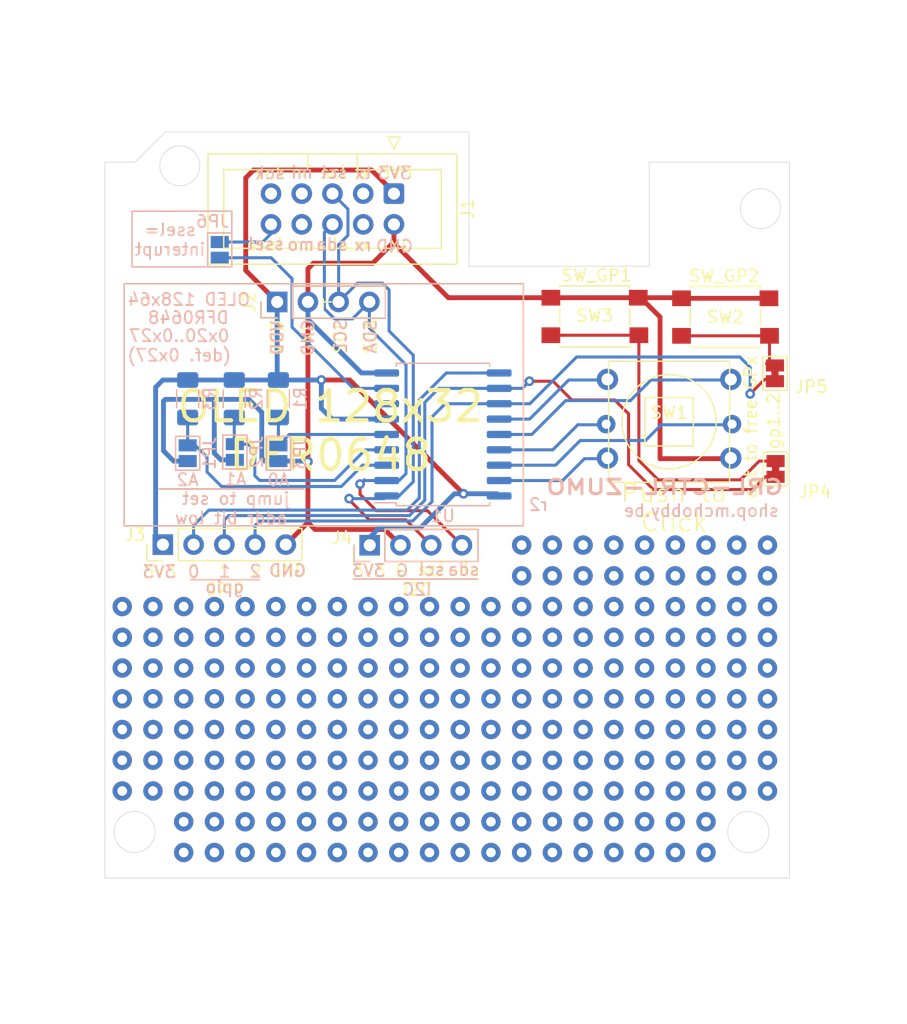
<source format=kicad_pcb>
(kicad_pcb (version 20171130) (host pcbnew 5.1.12-84ad8e8a86~92~ubuntu18.04.1)
  (layers (0 F.Cu signal) (31 B.Cu signal) (34 B.Paste user) (35 F.Paste user) (36 B.SilkS user) (37 F.SilkS user) (38 B.Mask user) (39 F.Mask user) (44 Edge.Cuts user))
  (net 0 "")
  (net 1 VDD)
  (net 2 "Net-(J1-Pad3)")
  (net 3 "Net-(J1-Pad5)")
  (net 4 "Net-(J1-Pad7)")
  (net 5 "Net-(J1-Pad9)")
  (net 6 GND)
  (net 7 "Net-(J1-Pad4)")
  (net 8 "Net-(J1-Pad6)")
  (net 9 "Net-(J1-Pad8)")
  (net 10 "Net-(J1-Pad10)")
  (net 11 "Net-(J3-Pad2)")
  (net 12 "Net-(J3-Pad3)")
  (net 13 "Net-(J3-Pad4)")
  (net 14 "Net-(JP1-Pad2)")
  (net 15 "Net-(JP2-Pad2)")
  (net 16 "Net-(JP3-Pad2)")
  (net 17 "Net-(SW1-Pad1)")
  (net 18 "Net-(SW1-Pad2)")
  (net 19 "Net-(SW1-Pad3)")
  (net 20 "Net-(SW1-Pad4)")
  (net 21 "Net-(SW1-Pad5)")
  (net 22 "Net-(U1-Pad7)")
  (net 23 "Net-(JP4-Pad1)")
  (net 24 "Net-(JP5-Pad1)")
  (net 25 int)
  (module Jumper:SolderJumper-2_P1.3mm_Open_Pad1.0x1.5mm (layer B.Cu) (at 99.5 79.75 270)
    (fp_text reference JP6 (at -2.35 0.6 180) (layer B.SilkS) (effects (justify mirror)))
    (fp_text value INT)
    (pad 1 smd rect (at -0.65 0 270) (size 1 1.5) (layers B.Cu B.Mask) (net 10 "Net-(J1-Pad10)"))
    (pad 2 smd rect (at 0.65 0 270) (size 1 1.5) (layers B.Cu B.Mask) (net 25 int))
  )
  (module Connector_PinHeader_2.54mm:PinHeader_1x04_P2.54mm_Vertical (layer F.Cu) (at 111.9 104.15 90)
    (fp_text reference J4 (at 0.6 -2.3 180) (layer F.SilkS))
    (fp_text value Conn_I2C)
    (pad 4 thru_hole oval (at 0 7.62 90) (size 1.7 1.7) (drill 1) (layers *.Cu *.Mask) (net 8 "Net-(J1-Pad6)"))
    (pad 3 thru_hole oval (at 0 5.08 90) (size 1.7 1.7) (drill 1) (layers *.Cu *.Mask) (net 3 "Net-(J1-Pad5)"))
    (pad 2 thru_hole oval (at 0 2.54 90) (size 1.7 1.7) (drill 1) (layers *.Cu *.Mask) (net 6 GND))
    (pad 1 thru_hole rect (at 0 0 90) (size 1.7 1.7) (drill 1) (layers *.Cu *.Mask) (net 1 VDD))
  )
  (module Button_Switch_SMD_mch:SW_Push_TL3305G_NO_4.5x4.5mm_H4.5mm (layer F.Cu) (at 126.95 83.7)
    (fp_text reference SW3 (at 3.55 1.5) (layer F.SilkS))
    (fp_text value SW_GP2)
    (pad 2 smd rect (at 7.2 3.1) (size 1.55 1.3) (layers F.Cu F.Paste F.Mask) (net 23 "Net-(JP4-Pad1)"))
    (pad 1 smd rect (at 7.15 0) (size 1.55 1.3) (layers F.Cu F.Paste F.Mask) (net 6 GND))
    (pad 1 smd rect (at -0.075 0) (size 1.55 1.3) (layers F.Cu F.Paste F.Mask) (net 6 GND))
    (pad 2 smd rect (at -0.075 3.1) (size 1.55 1.3) (layers F.Cu F.Paste F.Mask) (net 23 "Net-(JP4-Pad1)"))
  )
  (module Button_Switch_SMD_mch:SW_Push_TL3305G_NO_4.5x4.5mm_H4.5mm (layer F.Cu) (at 137.75 83.75)
    (fp_text reference SW2 (at 3.55 1.55) (layer F.SilkS))
    (fp_text value SW_GP1)
    (pad 2 smd rect (at 7.2 3.1) (size 1.55 1.3) (layers F.Cu F.Paste F.Mask) (net 24 "Net-(JP5-Pad1)"))
    (pad 1 smd rect (at 7.15 0) (size 1.55 1.3) (layers F.Cu F.Paste F.Mask) (net 6 GND))
    (pad 1 smd rect (at -0.075 0) (size 1.55 1.3) (layers F.Cu F.Paste F.Mask) (net 6 GND))
    (pad 2 smd rect (at -0.075 3.1) (size 1.55 1.3) (layers F.Cu F.Paste F.Mask) (net 24 "Net-(JP5-Pad1)"))
  )
  (module Jumper:SolderJumper-2_P1.3mm_Bridged_Pad1.0x1.5mm (layer F.Cu) (at 145.4 89.95 270)
    (fp_text reference JP5 (at 1.1 -3) (layer F.SilkS))
    (fp_text value SW_GP1)
    (fp_poly (pts (xy -0.25 -0.3) (xy 0.25 -0.3) (xy 0.25 0.3) (xy -0.25 0.3)) (layer F.Cu) (width 0))
    (pad 2 smd rect (at 0.65 0 270) (size 1 1.5) (layers F.Cu F.Mask) (net 13 "Net-(J3-Pad4)"))
    (pad 1 smd rect (at -0.65 0 270) (size 1 1.5) (layers F.Cu F.Mask) (net 24 "Net-(JP5-Pad1)"))
  )
  (module Jumper:SolderJumper-2_P1.3mm_Bridged_Pad1.0x1.5mm (layer F.Cu) (at 145.45 97.85 270)
    (fp_text reference JP4 (at 1.9 -3.25 180) (layer F.SilkS))
    (fp_text value SW_GP2)
    (fp_poly (pts (xy -0.25 -0.3) (xy 0.25 -0.3) (xy 0.25 0.3) (xy -0.25 0.3)) (layer F.Cu) (width 0))
    (pad 2 smd rect (at 0.65 0 270) (size 1 1.5) (layers F.Cu F.Mask) (net 12 "Net-(J3-Pad3)"))
    (pad 1 smd rect (at -0.65 0 270) (size 1 1.5) (layers F.Cu F.Mask) (net 23 "Net-(JP4-Pad1)"))
  )
  (module connectors:SolderPad-1x01_D0.8mm_OD1.6mm (layer F.Cu) (at 129.54 106.68)
    (fp_text reference REF** hide)
    (fp_text value SolderPad-1x01_D0.8mm_OD1.6mm hide)
    (pad 2 thru_hole circle (at 0 0) (size 1.524 1.524) (drill 0.762) (layers *.Cu *.Mask))
    (pad 1 thru_hole circle (at 0 0) (size 1.6 1.6) (drill 0.8) (layers *.Cu))
  )
  (module connectors:SolderPad-1x01_D0.8mm_OD1.6mm (layer F.Cu) (at 144.78 104.14)
    (fp_text reference REF** hide)
    (fp_text value SolderPad-1x01_D0.8mm_OD1.6mm hide)
    (pad 1 thru_hole circle (at 0 0) (size 1.6 1.6) (drill 0.8) (layers *.Cu))
    (pad 2 thru_hole circle (at 0 0) (size 1.524 1.524) (drill 0.762) (layers *.Cu *.Mask))
  )
  (module connectors:SolderPad-1x01_D0.8mm_OD1.6mm (layer F.Cu) (at 142.24 104.14)
    (fp_text reference REF** hide)
    (fp_text value SolderPad-1x01_D0.8mm_OD1.6mm hide)
    (pad 1 thru_hole circle (at 0 0) (size 1.6 1.6) (drill 0.8) (layers *.Cu))
    (pad 2 thru_hole circle (at 0 0) (size 1.524 1.524) (drill 0.762) (layers *.Cu *.Mask))
  )
  (module connectors:SolderPad-1x01_D0.8mm_OD1.6mm (layer F.Cu) (at 137.16 104.14)
    (fp_text reference REF** hide)
    (fp_text value SolderPad-1x01_D0.8mm_OD1.6mm hide)
    (pad 2 thru_hole circle (at 0 0) (size 1.524 1.524) (drill 0.762) (layers *.Cu *.Mask))
    (pad 1 thru_hole circle (at 0 0) (size 1.6 1.6) (drill 0.8) (layers *.Cu))
  )
  (module connectors:SolderPad-1x01_D0.8mm_OD1.6mm (layer F.Cu) (at 124.46 104.14)
    (fp_text reference REF** hide)
    (fp_text value SolderPad-1x01_D0.8mm_OD1.6mm hide)
    (pad 2 thru_hole circle (at 0 0) (size 1.524 1.524) (drill 0.762) (layers *.Cu *.Mask))
    (pad 1 thru_hole circle (at 0 0) (size 1.6 1.6) (drill 0.8) (layers *.Cu))
  )
  (module connectors:SolderPad-1x01_D0.8mm_OD1.6mm (layer F.Cu) (at 127 104.14)
    (fp_text reference REF** hide)
    (fp_text value SolderPad-1x01_D0.8mm_OD1.6mm hide)
    (pad 2 thru_hole circle (at 0 0) (size 1.524 1.524) (drill 0.762) (layers *.Cu *.Mask))
    (pad 1 thru_hole circle (at 0 0) (size 1.6 1.6) (drill 0.8) (layers *.Cu))
  )
  (module connectors:SolderPad-1x01_D0.8mm_OD1.6mm (layer F.Cu) (at 129.54 104.14)
    (fp_text reference REF** hide)
    (fp_text value SolderPad-1x01_D0.8mm_OD1.6mm hide)
    (pad 2 thru_hole circle (at 0 0) (size 1.524 1.524) (drill 0.762) (layers *.Cu *.Mask))
    (pad 1 thru_hole circle (at 0 0) (size 1.6 1.6) (drill 0.8) (layers *.Cu))
  )
  (module connectors:SolderPad-1x01_D0.8mm_OD1.6mm (layer F.Cu) (at 144.78 106.68)
    (fp_text reference REF** hide)
    (fp_text value SolderPad-1x01_D0.8mm_OD1.6mm hide)
    (pad 1 thru_hole circle (at 0 0) (size 1.6 1.6) (drill 0.8) (layers *.Cu))
    (pad 2 thru_hole circle (at 0 0) (size 1.524 1.524) (drill 0.762) (layers *.Cu *.Mask))
  )
  (module connectors:SolderPad-1x01_D0.8mm_OD1.6mm (layer F.Cu) (at 127 106.68)
    (fp_text reference REF** hide)
    (fp_text value SolderPad-1x01_D0.8mm_OD1.6mm hide)
    (pad 2 thru_hole circle (at 0 0) (size 1.524 1.524) (drill 0.762) (layers *.Cu *.Mask))
    (pad 1 thru_hole circle (at 0 0) (size 1.6 1.6) (drill 0.8) (layers *.Cu))
  )
  (module connectors:SolderPad-1x01_D0.8mm_OD1.6mm (layer F.Cu) (at 124.46 106.68)
    (fp_text reference REF** hide)
    (fp_text value SolderPad-1x01_D0.8mm_OD1.6mm hide)
    (pad 2 thru_hole circle (at 0 0) (size 1.524 1.524) (drill 0.762) (layers *.Cu *.Mask))
    (pad 1 thru_hole circle (at 0 0) (size 1.6 1.6) (drill 0.8) (layers *.Cu))
  )
  (module connectors:SolderPad-1x01_D0.8mm_OD1.6mm (layer F.Cu) (at 137.16 106.68)
    (fp_text reference REF** hide)
    (fp_text value SolderPad-1x01_D0.8mm_OD1.6mm hide)
    (pad 2 thru_hole circle (at 0 0) (size 1.524 1.524) (drill 0.762) (layers *.Cu *.Mask))
    (pad 1 thru_hole circle (at 0 0) (size 1.6 1.6) (drill 0.8) (layers *.Cu))
  )
  (module connectors:SolderPad-1x01_D0.8mm_OD1.6mm (layer F.Cu) (at 142.24 106.68)
    (fp_text reference REF** hide)
    (fp_text value SolderPad-1x01_D0.8mm_OD1.6mm hide)
    (pad 1 thru_hole circle (at 0 0) (size 1.6 1.6) (drill 0.8) (layers *.Cu))
    (pad 2 thru_hole circle (at 0 0) (size 1.524 1.524) (drill 0.762) (layers *.Cu *.Mask))
  )
  (module connectors:SolderPad-1x01_D0.8mm_OD1.6mm (layer F.Cu) (at 139.7 106.68)
    (fp_text reference REF** hide)
    (fp_text value SolderPad-1x01_D0.8mm_OD1.6mm hide)
    (pad 2 thru_hole circle (at 0 0) (size 1.524 1.524) (drill 0.762) (layers *.Cu *.Mask))
    (pad 1 thru_hole circle (at 0 0) (size 1.6 1.6) (drill 0.8) (layers *.Cu))
  )
  (module connectors:SolderPad-1x01_D0.8mm_OD1.6mm (layer F.Cu) (at 132.08 104.14)
    (fp_text reference REF** hide)
    (fp_text value SolderPad-1x01_D0.8mm_OD1.6mm hide)
    (pad 2 thru_hole circle (at 0 0) (size 1.524 1.524) (drill 0.762) (layers *.Cu *.Mask))
    (pad 1 thru_hole circle (at 0 0) (size 1.6 1.6) (drill 0.8) (layers *.Cu))
  )
  (module connectors:SolderPad-1x01_D0.8mm_OD1.6mm (layer F.Cu) (at 139.7 104.14)
    (fp_text reference REF** hide)
    (fp_text value SolderPad-1x01_D0.8mm_OD1.6mm hide)
    (pad 2 thru_hole circle (at 0 0) (size 1.524 1.524) (drill 0.762) (layers *.Cu *.Mask))
    (pad 1 thru_hole circle (at 0 0) (size 1.6 1.6) (drill 0.8) (layers *.Cu))
  )
  (module connectors:SolderPad-1x01_D0.8mm_OD1.6mm (layer F.Cu) (at 134.62 106.68)
    (fp_text reference REF** hide)
    (fp_text value SolderPad-1x01_D0.8mm_OD1.6mm hide)
    (pad 2 thru_hole circle (at 0 0) (size 1.524 1.524) (drill 0.762) (layers *.Cu *.Mask))
    (pad 1 thru_hole circle (at 0 0) (size 1.6 1.6) (drill 0.8) (layers *.Cu))
  )
  (module connectors:SolderPad-1x01_D0.8mm_OD1.6mm (layer F.Cu) (at 132.08 106.68)
    (fp_text reference REF** hide)
    (fp_text value SolderPad-1x01_D0.8mm_OD1.6mm hide)
    (pad 2 thru_hole circle (at 0 0) (size 1.524 1.524) (drill 0.762) (layers *.Cu *.Mask))
    (pad 1 thru_hole circle (at 0 0) (size 1.6 1.6) (drill 0.8) (layers *.Cu))
  )
  (module connectors:SolderPad-1x01_D0.8mm_OD1.6mm (layer F.Cu) (at 134.62 104.14)
    (fp_text reference REF** hide)
    (fp_text value SolderPad-1x01_D0.8mm_OD1.6mm hide)
    (pad 2 thru_hole circle (at 0 0) (size 1.524 1.524) (drill 0.762) (layers *.Cu *.Mask))
    (pad 1 thru_hole circle (at 0 0) (size 1.6 1.6) (drill 0.8) (layers *.Cu))
  )
  (module connectors:SolderPad-1x01_D0.8mm_OD1.6mm (layer F.Cu) (at 96.52 129.54)
    (fp_text reference REF** hide)
    (fp_text value SolderPad-1x01_D0.8mm_OD1.6mm hide)
    (pad 2 thru_hole circle (at 0 0) (size 1.524 1.524) (drill 0.762) (layers *.Cu *.Mask))
    (pad 1 thru_hole circle (at 0 0) (size 1.6 1.6) (drill 0.8) (layers *.Cu))
  )
  (module connectors:SolderPad-1x01_D0.8mm_OD1.6mm (layer F.Cu) (at 96.52 127)
    (fp_text reference REF** hide)
    (fp_text value SolderPad-1x01_D0.8mm_OD1.6mm hide)
    (pad 1 thru_hole circle (at 0 0) (size 1.6 1.6) (drill 0.8) (layers *.Cu))
    (pad 2 thru_hole circle (at 0 0) (size 1.524 1.524) (drill 0.762) (layers *.Cu *.Mask))
  )
  (module connectors:SolderPad-1x01_D0.8mm_OD1.6mm (layer F.Cu) (at 139.7 129.54)
    (fp_text reference REF** hide)
    (fp_text value SolderPad-1x01_D0.8mm_OD1.6mm hide)
    (pad 1 thru_hole circle (at 0 0) (size 1.6 1.6) (drill 0.8) (layers *.Cu))
    (pad 2 thru_hole circle (at 0 0) (size 1.524 1.524) (drill 0.762) (layers *.Cu *.Mask))
  )
  (module connectors:SolderPad-1x01_D0.8mm_OD1.6mm (layer F.Cu) (at 139.7 127)
    (fp_text reference REF** hide)
    (fp_text value SolderPad-1x01_D0.8mm_OD1.6mm hide)
    (pad 2 thru_hole circle (at 0 0) (size 1.524 1.524) (drill 0.762) (layers *.Cu *.Mask))
    (pad 1 thru_hole circle (at 0 0) (size 1.6 1.6) (drill 0.8) (layers *.Cu))
  )
  (module connectors:SolderPad-1x01_D0.8mm_OD1.6mm (layer F.Cu) (at 114.3 129.54)
    (fp_text reference REF** hide)
    (fp_text value SolderPad-1x01_D0.8mm_OD1.6mm hide)
    (pad 2 thru_hole circle (at 0 0) (size 1.524 1.524) (drill 0.762) (layers *.Cu *.Mask))
    (pad 1 thru_hole circle (at 0 0) (size 1.6 1.6) (drill 0.8) (layers *.Cu))
  )
  (module connectors:SolderPad-1x01_D0.8mm_OD1.6mm (layer F.Cu) (at 101.6 129.54)
    (fp_text reference REF** hide)
    (fp_text value SolderPad-1x01_D0.8mm_OD1.6mm hide)
    (pad 2 thru_hole circle (at 0 0) (size 1.524 1.524) (drill 0.762) (layers *.Cu *.Mask))
    (pad 1 thru_hole circle (at 0 0) (size 1.6 1.6) (drill 0.8) (layers *.Cu))
  )
  (module connectors:SolderPad-1x01_D0.8mm_OD1.6mm (layer F.Cu) (at 124.46 129.54)
    (fp_text reference REF** hide)
    (fp_text value SolderPad-1x01_D0.8mm_OD1.6mm hide)
    (pad 2 thru_hole circle (at 0 0) (size 1.524 1.524) (drill 0.762) (layers *.Cu *.Mask))
    (pad 1 thru_hole circle (at 0 0) (size 1.6 1.6) (drill 0.8) (layers *.Cu))
  )
  (module connectors:SolderPad-1x01_D0.8mm_OD1.6mm (layer F.Cu) (at 119.38 129.54)
    (fp_text reference REF** hide)
    (fp_text value SolderPad-1x01_D0.8mm_OD1.6mm hide)
    (pad 2 thru_hole circle (at 0 0) (size 1.524 1.524) (drill 0.762) (layers *.Cu *.Mask))
    (pad 1 thru_hole circle (at 0 0) (size 1.6 1.6) (drill 0.8) (layers *.Cu))
  )
  (module connectors:SolderPad-1x01_D0.8mm_OD1.6mm (layer F.Cu) (at 121.92 129.54)
    (fp_text reference REF** hide)
    (fp_text value SolderPad-1x01_D0.8mm_OD1.6mm hide)
    (pad 2 thru_hole circle (at 0 0) (size 1.524 1.524) (drill 0.762) (layers *.Cu *.Mask))
    (pad 1 thru_hole circle (at 0 0) (size 1.6 1.6) (drill 0.8) (layers *.Cu))
  )
  (module connectors:SolderPad-1x01_D0.8mm_OD1.6mm (layer F.Cu) (at 132.08 129.54)
    (fp_text reference REF** hide)
    (fp_text value SolderPad-1x01_D0.8mm_OD1.6mm hide)
    (pad 2 thru_hole circle (at 0 0) (size 1.524 1.524) (drill 0.762) (layers *.Cu *.Mask))
    (pad 1 thru_hole circle (at 0 0) (size 1.6 1.6) (drill 0.8) (layers *.Cu))
  )
  (module connectors:SolderPad-1x01_D0.8mm_OD1.6mm (layer F.Cu) (at 116.84 129.54)
    (fp_text reference REF** hide)
    (fp_text value SolderPad-1x01_D0.8mm_OD1.6mm hide)
    (pad 2 thru_hole circle (at 0 0) (size 1.524 1.524) (drill 0.762) (layers *.Cu *.Mask))
    (pad 1 thru_hole circle (at 0 0) (size 1.6 1.6) (drill 0.8) (layers *.Cu))
  )
  (module connectors:SolderPad-1x01_D0.8mm_OD1.6mm (layer F.Cu) (at 127 129.54)
    (fp_text reference REF** hide)
    (fp_text value SolderPad-1x01_D0.8mm_OD1.6mm hide)
    (pad 2 thru_hole circle (at 0 0) (size 1.524 1.524) (drill 0.762) (layers *.Cu *.Mask))
    (pad 1 thru_hole circle (at 0 0) (size 1.6 1.6) (drill 0.8) (layers *.Cu))
  )
  (module connectors:SolderPad-1x01_D0.8mm_OD1.6mm (layer F.Cu) (at 104.14 129.54)
    (fp_text reference REF** hide)
    (fp_text value SolderPad-1x01_D0.8mm_OD1.6mm hide)
    (pad 2 thru_hole circle (at 0 0) (size 1.524 1.524) (drill 0.762) (layers *.Cu *.Mask))
    (pad 1 thru_hole circle (at 0 0) (size 1.6 1.6) (drill 0.8) (layers *.Cu))
  )
  (module connectors:SolderPad-1x01_D0.8mm_OD1.6mm (layer F.Cu) (at 134.62 129.54)
    (fp_text reference REF** hide)
    (fp_text value SolderPad-1x01_D0.8mm_OD1.6mm hide)
    (pad 2 thru_hole circle (at 0 0) (size 1.524 1.524) (drill 0.762) (layers *.Cu *.Mask))
    (pad 1 thru_hole circle (at 0 0) (size 1.6 1.6) (drill 0.8) (layers *.Cu))
  )
  (module connectors:SolderPad-1x01_D0.8mm_OD1.6mm (layer F.Cu) (at 106.68 129.54)
    (fp_text reference REF** hide)
    (fp_text value SolderPad-1x01_D0.8mm_OD1.6mm hide)
    (pad 2 thru_hole circle (at 0 0) (size 1.524 1.524) (drill 0.762) (layers *.Cu *.Mask))
    (pad 1 thru_hole circle (at 0 0) (size 1.6 1.6) (drill 0.8) (layers *.Cu))
  )
  (module connectors:SolderPad-1x01_D0.8mm_OD1.6mm (layer F.Cu) (at 99.06 129.54)
    (fp_text reference REF** hide)
    (fp_text value SolderPad-1x01_D0.8mm_OD1.6mm hide)
    (pad 2 thru_hole circle (at 0 0) (size 1.524 1.524) (drill 0.762) (layers *.Cu *.Mask))
    (pad 1 thru_hole circle (at 0 0) (size 1.6 1.6) (drill 0.8) (layers *.Cu))
  )
  (module connectors:SolderPad-1x01_D0.8mm_OD1.6mm (layer F.Cu) (at 137.16 129.54)
    (fp_text reference REF** hide)
    (fp_text value SolderPad-1x01_D0.8mm_OD1.6mm hide)
    (pad 2 thru_hole circle (at 0 0) (size 1.524 1.524) (drill 0.762) (layers *.Cu *.Mask))
    (pad 1 thru_hole circle (at 0 0) (size 1.6 1.6) (drill 0.8) (layers *.Cu))
  )
  (module connectors:SolderPad-1x01_D0.8mm_OD1.6mm (layer F.Cu) (at 129.54 129.54)
    (fp_text reference REF** hide)
    (fp_text value SolderPad-1x01_D0.8mm_OD1.6mm hide)
    (pad 2 thru_hole circle (at 0 0) (size 1.524 1.524) (drill 0.762) (layers *.Cu *.Mask))
    (pad 1 thru_hole circle (at 0 0) (size 1.6 1.6) (drill 0.8) (layers *.Cu))
  )
  (module connectors:SolderPad-1x01_D0.8mm_OD1.6mm (layer F.Cu) (at 111.76 129.54)
    (fp_text reference REF** hide)
    (fp_text value SolderPad-1x01_D0.8mm_OD1.6mm hide)
    (pad 2 thru_hole circle (at 0 0) (size 1.524 1.524) (drill 0.762) (layers *.Cu *.Mask))
    (pad 1 thru_hole circle (at 0 0) (size 1.6 1.6) (drill 0.8) (layers *.Cu))
  )
  (module connectors:SolderPad-1x01_D0.8mm_OD1.6mm (layer F.Cu) (at 109.22 129.54)
    (fp_text reference REF** hide)
    (fp_text value SolderPad-1x01_D0.8mm_OD1.6mm hide)
    (pad 2 thru_hole circle (at 0 0) (size 1.524 1.524) (drill 0.762) (layers *.Cu *.Mask))
    (pad 1 thru_hole circle (at 0 0) (size 1.6 1.6) (drill 0.8) (layers *.Cu))
  )
  (module connectors:SolderPad-1x01_D0.8mm_OD1.6mm (layer F.Cu) (at 132.08 127)
    (fp_text reference REF** hide)
    (fp_text value SolderPad-1x01_D0.8mm_OD1.6mm hide)
    (pad 1 thru_hole circle (at 0 0) (size 1.6 1.6) (drill 0.8) (layers *.Cu))
    (pad 2 thru_hole circle (at 0 0) (size 1.524 1.524) (drill 0.762) (layers *.Cu *.Mask))
  )
  (module connectors:SolderPad-1x01_D0.8mm_OD1.6mm (layer F.Cu) (at 114.3 127)
    (fp_text reference REF** hide)
    (fp_text value SolderPad-1x01_D0.8mm_OD1.6mm hide)
    (pad 1 thru_hole circle (at 0 0) (size 1.6 1.6) (drill 0.8) (layers *.Cu))
    (pad 2 thru_hole circle (at 0 0) (size 1.524 1.524) (drill 0.762) (layers *.Cu *.Mask))
  )
  (module connectors:SolderPad-1x01_D0.8mm_OD1.6mm (layer F.Cu) (at 101.6 127)
    (fp_text reference REF** hide)
    (fp_text value SolderPad-1x01_D0.8mm_OD1.6mm hide)
    (pad 1 thru_hole circle (at 0 0) (size 1.6 1.6) (drill 0.8) (layers *.Cu))
    (pad 2 thru_hole circle (at 0 0) (size 1.524 1.524) (drill 0.762) (layers *.Cu *.Mask))
  )
  (module connectors:SolderPad-1x01_D0.8mm_OD1.6mm (layer F.Cu) (at 111.76 127)
    (fp_text reference REF** hide)
    (fp_text value SolderPad-1x01_D0.8mm_OD1.6mm hide)
    (pad 1 thru_hole circle (at 0 0) (size 1.6 1.6) (drill 0.8) (layers *.Cu))
    (pad 2 thru_hole circle (at 0 0) (size 1.524 1.524) (drill 0.762) (layers *.Cu *.Mask))
  )
  (module connectors:SolderPad-1x01_D0.8mm_OD1.6mm (layer F.Cu) (at 119.38 127)
    (fp_text reference REF** hide)
    (fp_text value SolderPad-1x01_D0.8mm_OD1.6mm hide)
    (pad 1 thru_hole circle (at 0 0) (size 1.6 1.6) (drill 0.8) (layers *.Cu))
    (pad 2 thru_hole circle (at 0 0) (size 1.524 1.524) (drill 0.762) (layers *.Cu *.Mask))
  )
  (module connectors:SolderPad-1x01_D0.8mm_OD1.6mm (layer F.Cu) (at 124.46 127)
    (fp_text reference REF** hide)
    (fp_text value SolderPad-1x01_D0.8mm_OD1.6mm hide)
    (pad 1 thru_hole circle (at 0 0) (size 1.6 1.6) (drill 0.8) (layers *.Cu))
    (pad 2 thru_hole circle (at 0 0) (size 1.524 1.524) (drill 0.762) (layers *.Cu *.Mask))
  )
  (module connectors:SolderPad-1x01_D0.8mm_OD1.6mm (layer F.Cu) (at 121.92 127)
    (fp_text reference REF** hide)
    (fp_text value SolderPad-1x01_D0.8mm_OD1.6mm hide)
    (pad 1 thru_hole circle (at 0 0) (size 1.6 1.6) (drill 0.8) (layers *.Cu))
    (pad 2 thru_hole circle (at 0 0) (size 1.524 1.524) (drill 0.762) (layers *.Cu *.Mask))
  )
  (module connectors:SolderPad-1x01_D0.8mm_OD1.6mm (layer F.Cu) (at 137.16 127)
    (fp_text reference REF** hide)
    (fp_text value SolderPad-1x01_D0.8mm_OD1.6mm hide)
    (pad 1 thru_hole circle (at 0 0) (size 1.6 1.6) (drill 0.8) (layers *.Cu))
    (pad 2 thru_hole circle (at 0 0) (size 1.524 1.524) (drill 0.762) (layers *.Cu *.Mask))
  )
  (module connectors:SolderPad-1x01_D0.8mm_OD1.6mm (layer F.Cu) (at 134.62 127)
    (fp_text reference REF** hide)
    (fp_text value SolderPad-1x01_D0.8mm_OD1.6mm hide)
    (pad 1 thru_hole circle (at 0 0) (size 1.6 1.6) (drill 0.8) (layers *.Cu))
    (pad 2 thru_hole circle (at 0 0) (size 1.524 1.524) (drill 0.762) (layers *.Cu *.Mask))
  )
  (module connectors:SolderPad-1x01_D0.8mm_OD1.6mm (layer F.Cu) (at 104.14 127)
    (fp_text reference REF** hide)
    (fp_text value SolderPad-1x01_D0.8mm_OD1.6mm hide)
    (pad 1 thru_hole circle (at 0 0) (size 1.6 1.6) (drill 0.8) (layers *.Cu))
    (pad 2 thru_hole circle (at 0 0) (size 1.524 1.524) (drill 0.762) (layers *.Cu *.Mask))
  )
  (module connectors:SolderPad-1x01_D0.8mm_OD1.6mm (layer F.Cu) (at 129.54 127)
    (fp_text reference REF** hide)
    (fp_text value SolderPad-1x01_D0.8mm_OD1.6mm hide)
    (pad 1 thru_hole circle (at 0 0) (size 1.6 1.6) (drill 0.8) (layers *.Cu))
    (pad 2 thru_hole circle (at 0 0) (size 1.524 1.524) (drill 0.762) (layers *.Cu *.Mask))
  )
  (module connectors:SolderPad-1x01_D0.8mm_OD1.6mm (layer F.Cu) (at 127 127)
    (fp_text reference REF** hide)
    (fp_text value SolderPad-1x01_D0.8mm_OD1.6mm hide)
    (pad 1 thru_hole circle (at 0 0) (size 1.6 1.6) (drill 0.8) (layers *.Cu))
    (pad 2 thru_hole circle (at 0 0) (size 1.524 1.524) (drill 0.762) (layers *.Cu *.Mask))
  )
  (module connectors:SolderPad-1x01_D0.8mm_OD1.6mm (layer F.Cu) (at 106.68 127)
    (fp_text reference REF** hide)
    (fp_text value SolderPad-1x01_D0.8mm_OD1.6mm hide)
    (pad 1 thru_hole circle (at 0 0) (size 1.6 1.6) (drill 0.8) (layers *.Cu))
    (pad 2 thru_hole circle (at 0 0) (size 1.524 1.524) (drill 0.762) (layers *.Cu *.Mask))
  )
  (module connectors:SolderPad-1x01_D0.8mm_OD1.6mm (layer F.Cu) (at 99.06 127)
    (fp_text reference REF** hide)
    (fp_text value SolderPad-1x01_D0.8mm_OD1.6mm hide)
    (pad 1 thru_hole circle (at 0 0) (size 1.6 1.6) (drill 0.8) (layers *.Cu))
    (pad 2 thru_hole circle (at 0 0) (size 1.524 1.524) (drill 0.762) (layers *.Cu *.Mask))
  )
  (module connectors:SolderPad-1x01_D0.8mm_OD1.6mm (layer F.Cu) (at 109.22 127)
    (fp_text reference REF** hide)
    (fp_text value SolderPad-1x01_D0.8mm_OD1.6mm hide)
    (pad 1 thru_hole circle (at 0 0) (size 1.6 1.6) (drill 0.8) (layers *.Cu))
    (pad 2 thru_hole circle (at 0 0) (size 1.524 1.524) (drill 0.762) (layers *.Cu *.Mask))
  )
  (module connectors:SolderPad-1x01_D0.8mm_OD1.6mm (layer F.Cu) (at 116.84 127)
    (fp_text reference REF** hide)
    (fp_text value SolderPad-1x01_D0.8mm_OD1.6mm hide)
    (pad 1 thru_hole circle (at 0 0) (size 1.6 1.6) (drill 0.8) (layers *.Cu))
    (pad 2 thru_hole circle (at 0 0) (size 1.524 1.524) (drill 0.762) (layers *.Cu *.Mask))
  )
  (module connectors:SolderPad-1x01_D0.8mm_OD1.6mm (layer F.Cu) (at 142.24 124.46)
    (fp_text reference REF** hide)
    (fp_text value SolderPad-1x01_D0.8mm_OD1.6mm hide)
    (pad 1 thru_hole circle (at 0 0) (size 1.6 1.6) (drill 0.8) (layers *.Cu))
    (pad 2 thru_hole circle (at 0 0) (size 1.524 1.524) (drill 0.762) (layers *.Cu *.Mask))
  )
  (module connectors:SolderPad-1x01_D0.8mm_OD1.6mm (layer F.Cu) (at 144.78 124.46)
    (fp_text reference REF** hide)
    (fp_text value SolderPad-1x01_D0.8mm_OD1.6mm hide)
    (pad 1 thru_hole circle (at 0 0) (size 1.6 1.6) (drill 0.8) (layers *.Cu))
    (pad 2 thru_hole circle (at 0 0) (size 1.524 1.524) (drill 0.762) (layers *.Cu *.Mask))
  )
  (module connectors:SolderPad-1x01_D0.8mm_OD1.6mm (layer F.Cu) (at 99.06 124.46)
    (fp_text reference REF** hide)
    (fp_text value SolderPad-1x01_D0.8mm_OD1.6mm hide)
    (pad 2 thru_hole circle (at 0 0) (size 1.524 1.524) (drill 0.762) (layers *.Cu *.Mask))
    (pad 1 thru_hole circle (at 0 0) (size 1.6 1.6) (drill 0.8) (layers *.Cu))
  )
  (module connectors:SolderPad-1x01_D0.8mm_OD1.6mm (layer F.Cu) (at 99.06 121.92)
    (fp_text reference REF** hide)
    (fp_text value SolderPad-1x01_D0.8mm_OD1.6mm hide)
    (pad 2 thru_hole circle (at 0 0) (size 1.524 1.524) (drill 0.762) (layers *.Cu *.Mask))
    (pad 1 thru_hole circle (at 0 0) (size 1.6 1.6) (drill 0.8) (layers *.Cu))
  )
  (module connectors:SolderPad-1x01_D0.8mm_OD1.6mm (layer F.Cu) (at 101.6 121.92)
    (fp_text reference REF** hide)
    (fp_text value SolderPad-1x01_D0.8mm_OD1.6mm hide)
    (pad 2 thru_hole circle (at 0 0) (size 1.524 1.524) (drill 0.762) (layers *.Cu *.Mask))
    (pad 1 thru_hole circle (at 0 0) (size 1.6 1.6) (drill 0.8) (layers *.Cu))
  )
  (module connectors:SolderPad-1x01_D0.8mm_OD1.6mm (layer F.Cu) (at 93.98 121.92)
    (fp_text reference REF** hide)
    (fp_text value SolderPad-1x01_D0.8mm_OD1.6mm hide)
    (pad 2 thru_hole circle (at 0 0) (size 1.524 1.524) (drill 0.762) (layers *.Cu *.Mask))
    (pad 1 thru_hole circle (at 0 0) (size 1.6 1.6) (drill 0.8) (layers *.Cu))
  )
  (module connectors:SolderPad-1x01_D0.8mm_OD1.6mm (layer F.Cu) (at 101.6 124.46)
    (fp_text reference REF** hide)
    (fp_text value SolderPad-1x01_D0.8mm_OD1.6mm hide)
    (pad 2 thru_hole circle (at 0 0) (size 1.524 1.524) (drill 0.762) (layers *.Cu *.Mask))
    (pad 1 thru_hole circle (at 0 0) (size 1.6 1.6) (drill 0.8) (layers *.Cu))
  )
  (module connectors:SolderPad-1x01_D0.8mm_OD1.6mm (layer F.Cu) (at 109.22 124.46)
    (fp_text reference REF** hide)
    (fp_text value SolderPad-1x01_D0.8mm_OD1.6mm hide)
    (pad 2 thru_hole circle (at 0 0) (size 1.524 1.524) (drill 0.762) (layers *.Cu *.Mask))
    (pad 1 thru_hole circle (at 0 0) (size 1.6 1.6) (drill 0.8) (layers *.Cu))
  )
  (module connectors:SolderPad-1x01_D0.8mm_OD1.6mm (layer F.Cu) (at 91.44 124.46)
    (fp_text reference REF** hide)
    (fp_text value SolderPad-1x01_D0.8mm_OD1.6mm hide)
    (pad 2 thru_hole circle (at 0 0) (size 1.524 1.524) (drill 0.762) (layers *.Cu *.Mask))
    (pad 1 thru_hole circle (at 0 0) (size 1.6 1.6) (drill 0.8) (layers *.Cu))
  )
  (module connectors:SolderPad-1x01_D0.8mm_OD1.6mm (layer F.Cu) (at 129.54 121.92)
    (fp_text reference REF** hide)
    (fp_text value SolderPad-1x01_D0.8mm_OD1.6mm hide)
    (pad 2 thru_hole circle (at 0 0) (size 1.524 1.524) (drill 0.762) (layers *.Cu *.Mask))
    (pad 1 thru_hole circle (at 0 0) (size 1.6 1.6) (drill 0.8) (layers *.Cu))
  )
  (module connectors:SolderPad-1x01_D0.8mm_OD1.6mm (layer F.Cu) (at 134.62 124.46)
    (fp_text reference REF** hide)
    (fp_text value SolderPad-1x01_D0.8mm_OD1.6mm hide)
    (pad 2 thru_hole circle (at 0 0) (size 1.524 1.524) (drill 0.762) (layers *.Cu *.Mask))
    (pad 1 thru_hole circle (at 0 0) (size 1.6 1.6) (drill 0.8) (layers *.Cu))
  )
  (module connectors:SolderPad-1x01_D0.8mm_OD1.6mm (layer F.Cu) (at 119.38 124.46)
    (fp_text reference REF** hide)
    (fp_text value SolderPad-1x01_D0.8mm_OD1.6mm hide)
    (pad 2 thru_hole circle (at 0 0) (size 1.524 1.524) (drill 0.762) (layers *.Cu *.Mask))
    (pad 1 thru_hole circle (at 0 0) (size 1.6 1.6) (drill 0.8) (layers *.Cu))
  )
  (module connectors:SolderPad-1x01_D0.8mm_OD1.6mm (layer F.Cu) (at 114.3 124.46)
    (fp_text reference REF** hide)
    (fp_text value SolderPad-1x01_D0.8mm_OD1.6mm hide)
    (pad 2 thru_hole circle (at 0 0) (size 1.524 1.524) (drill 0.762) (layers *.Cu *.Mask))
    (pad 1 thru_hole circle (at 0 0) (size 1.6 1.6) (drill 0.8) (layers *.Cu))
  )
  (module connectors:SolderPad-1x01_D0.8mm_OD1.6mm (layer F.Cu) (at 127 124.46)
    (fp_text reference REF** hide)
    (fp_text value SolderPad-1x01_D0.8mm_OD1.6mm hide)
    (pad 2 thru_hole circle (at 0 0) (size 1.524 1.524) (drill 0.762) (layers *.Cu *.Mask))
    (pad 1 thru_hole circle (at 0 0) (size 1.6 1.6) (drill 0.8) (layers *.Cu))
  )
  (module connectors:SolderPad-1x01_D0.8mm_OD1.6mm (layer F.Cu) (at 121.92 121.92)
    (fp_text reference REF** hide)
    (fp_text value SolderPad-1x01_D0.8mm_OD1.6mm hide)
    (pad 2 thru_hole circle (at 0 0) (size 1.524 1.524) (drill 0.762) (layers *.Cu *.Mask))
    (pad 1 thru_hole circle (at 0 0) (size 1.6 1.6) (drill 0.8) (layers *.Cu))
  )
  (module connectors:SolderPad-1x01_D0.8mm_OD1.6mm (layer F.Cu) (at 134.62 121.92)
    (fp_text reference REF** hide)
    (fp_text value SolderPad-1x01_D0.8mm_OD1.6mm hide)
    (pad 2 thru_hole circle (at 0 0) (size 1.524 1.524) (drill 0.762) (layers *.Cu *.Mask))
    (pad 1 thru_hole circle (at 0 0) (size 1.6 1.6) (drill 0.8) (layers *.Cu))
  )
  (module connectors:SolderPad-1x01_D0.8mm_OD1.6mm (layer F.Cu) (at 104.14 124.46)
    (fp_text reference REF** hide)
    (fp_text value SolderPad-1x01_D0.8mm_OD1.6mm hide)
    (pad 2 thru_hole circle (at 0 0) (size 1.524 1.524) (drill 0.762) (layers *.Cu *.Mask))
    (pad 1 thru_hole circle (at 0 0) (size 1.6 1.6) (drill 0.8) (layers *.Cu))
  )
  (module connectors:SolderPad-1x01_D0.8mm_OD1.6mm (layer F.Cu) (at 124.46 124.46)
    (fp_text reference REF** hide)
    (fp_text value SolderPad-1x01_D0.8mm_OD1.6mm hide)
    (pad 2 thru_hole circle (at 0 0) (size 1.524 1.524) (drill 0.762) (layers *.Cu *.Mask))
    (pad 1 thru_hole circle (at 0 0) (size 1.6 1.6) (drill 0.8) (layers *.Cu))
  )
  (module connectors:SolderPad-1x01_D0.8mm_OD1.6mm (layer F.Cu) (at 109.22 121.92)
    (fp_text reference REF** hide)
    (fp_text value SolderPad-1x01_D0.8mm_OD1.6mm hide)
    (pad 2 thru_hole circle (at 0 0) (size 1.524 1.524) (drill 0.762) (layers *.Cu *.Mask))
    (pad 1 thru_hole circle (at 0 0) (size 1.6 1.6) (drill 0.8) (layers *.Cu))
  )
  (module connectors:SolderPad-1x01_D0.8mm_OD1.6mm (layer F.Cu) (at 91.44 121.92)
    (fp_text reference REF** hide)
    (fp_text value SolderPad-1x01_D0.8mm_OD1.6mm hide)
    (pad 2 thru_hole circle (at 0 0) (size 1.524 1.524) (drill 0.762) (layers *.Cu *.Mask))
    (pad 1 thru_hole circle (at 0 0) (size 1.6 1.6) (drill 0.8) (layers *.Cu))
  )
  (module connectors:SolderPad-1x01_D0.8mm_OD1.6mm (layer F.Cu) (at 116.84 124.46)
    (fp_text reference REF** hide)
    (fp_text value SolderPad-1x01_D0.8mm_OD1.6mm hide)
    (pad 2 thru_hole circle (at 0 0) (size 1.524 1.524) (drill 0.762) (layers *.Cu *.Mask))
    (pad 1 thru_hole circle (at 0 0) (size 1.6 1.6) (drill 0.8) (layers *.Cu))
  )
  (module connectors:SolderPad-1x01_D0.8mm_OD1.6mm (layer F.Cu) (at 132.08 124.46)
    (fp_text reference REF** hide)
    (fp_text value SolderPad-1x01_D0.8mm_OD1.6mm hide)
    (pad 2 thru_hole circle (at 0 0) (size 1.524 1.524) (drill 0.762) (layers *.Cu *.Mask))
    (pad 1 thru_hole circle (at 0 0) (size 1.6 1.6) (drill 0.8) (layers *.Cu))
  )
  (module connectors:SolderPad-1x01_D0.8mm_OD1.6mm (layer F.Cu) (at 132.08 121.92)
    (fp_text reference REF** hide)
    (fp_text value SolderPad-1x01_D0.8mm_OD1.6mm hide)
    (pad 2 thru_hole circle (at 0 0) (size 1.524 1.524) (drill 0.762) (layers *.Cu *.Mask))
    (pad 1 thru_hole circle (at 0 0) (size 1.6 1.6) (drill 0.8) (layers *.Cu))
  )
  (module connectors:SolderPad-1x01_D0.8mm_OD1.6mm (layer F.Cu) (at 124.46 121.92)
    (fp_text reference REF** hide)
    (fp_text value SolderPad-1x01_D0.8mm_OD1.6mm hide)
    (pad 2 thru_hole circle (at 0 0) (size 1.524 1.524) (drill 0.762) (layers *.Cu *.Mask))
    (pad 1 thru_hole circle (at 0 0) (size 1.6 1.6) (drill 0.8) (layers *.Cu))
  )
  (module connectors:SolderPad-1x01_D0.8mm_OD1.6mm (layer F.Cu) (at 104.14 121.92)
    (fp_text reference REF** hide)
    (fp_text value SolderPad-1x01_D0.8mm_OD1.6mm hide)
    (pad 2 thru_hole circle (at 0 0) (size 1.524 1.524) (drill 0.762) (layers *.Cu *.Mask))
    (pad 1 thru_hole circle (at 0 0) (size 1.6 1.6) (drill 0.8) (layers *.Cu))
  )
  (module connectors:SolderPad-1x01_D0.8mm_OD1.6mm (layer F.Cu) (at 96.52 121.92)
    (fp_text reference REF** hide)
    (fp_text value SolderPad-1x01_D0.8mm_OD1.6mm hide)
    (pad 2 thru_hole circle (at 0 0) (size 1.524 1.524) (drill 0.762) (layers *.Cu *.Mask))
    (pad 1 thru_hole circle (at 0 0) (size 1.6 1.6) (drill 0.8) (layers *.Cu))
  )
  (module connectors:SolderPad-1x01_D0.8mm_OD1.6mm (layer F.Cu) (at 119.38 121.92)
    (fp_text reference REF** hide)
    (fp_text value SolderPad-1x01_D0.8mm_OD1.6mm hide)
    (pad 2 thru_hole circle (at 0 0) (size 1.524 1.524) (drill 0.762) (layers *.Cu *.Mask))
    (pad 1 thru_hole circle (at 0 0) (size 1.6 1.6) (drill 0.8) (layers *.Cu))
  )
  (module connectors:SolderPad-1x01_D0.8mm_OD1.6mm (layer F.Cu) (at 111.76 121.92)
    (fp_text reference REF** hide)
    (fp_text value SolderPad-1x01_D0.8mm_OD1.6mm hide)
    (pad 2 thru_hole circle (at 0 0) (size 1.524 1.524) (drill 0.762) (layers *.Cu *.Mask))
    (pad 1 thru_hole circle (at 0 0) (size 1.6 1.6) (drill 0.8) (layers *.Cu))
  )
  (module connectors:SolderPad-1x01_D0.8mm_OD1.6mm (layer F.Cu) (at 106.68 121.92)
    (fp_text reference REF** hide)
    (fp_text value SolderPad-1x01_D0.8mm_OD1.6mm hide)
    (pad 2 thru_hole circle (at 0 0) (size 1.524 1.524) (drill 0.762) (layers *.Cu *.Mask))
    (pad 1 thru_hole circle (at 0 0) (size 1.6 1.6) (drill 0.8) (layers *.Cu))
  )
  (module connectors:SolderPad-1x01_D0.8mm_OD1.6mm (layer F.Cu) (at 106.68 124.46)
    (fp_text reference REF** hide)
    (fp_text value SolderPad-1x01_D0.8mm_OD1.6mm hide)
    (pad 2 thru_hole circle (at 0 0) (size 1.524 1.524) (drill 0.762) (layers *.Cu *.Mask))
    (pad 1 thru_hole circle (at 0 0) (size 1.6 1.6) (drill 0.8) (layers *.Cu))
  )
  (module connectors:SolderPad-1x01_D0.8mm_OD1.6mm (layer F.Cu) (at 139.7 121.92)
    (fp_text reference REF** hide)
    (fp_text value SolderPad-1x01_D0.8mm_OD1.6mm hide)
    (pad 2 thru_hole circle (at 0 0) (size 1.524 1.524) (drill 0.762) (layers *.Cu *.Mask))
    (pad 1 thru_hole circle (at 0 0) (size 1.6 1.6) (drill 0.8) (layers *.Cu))
  )
  (module connectors:SolderPad-1x01_D0.8mm_OD1.6mm (layer F.Cu) (at 129.54 124.46)
    (fp_text reference REF** hide)
    (fp_text value SolderPad-1x01_D0.8mm_OD1.6mm hide)
    (pad 2 thru_hole circle (at 0 0) (size 1.524 1.524) (drill 0.762) (layers *.Cu *.Mask))
    (pad 1 thru_hole circle (at 0 0) (size 1.6 1.6) (drill 0.8) (layers *.Cu))
  )
  (module connectors:SolderPad-1x01_D0.8mm_OD1.6mm (layer F.Cu) (at 137.16 121.92)
    (fp_text reference REF** hide)
    (fp_text value SolderPad-1x01_D0.8mm_OD1.6mm hide)
    (pad 2 thru_hole circle (at 0 0) (size 1.524 1.524) (drill 0.762) (layers *.Cu *.Mask))
    (pad 1 thru_hole circle (at 0 0) (size 1.6 1.6) (drill 0.8) (layers *.Cu))
  )
  (module connectors:SolderPad-1x01_D0.8mm_OD1.6mm (layer F.Cu) (at 142.24 121.92)
    (fp_text reference REF** hide)
    (fp_text value SolderPad-1x01_D0.8mm_OD1.6mm hide)
    (pad 1 thru_hole circle (at 0 0) (size 1.6 1.6) (drill 0.8) (layers *.Cu))
    (pad 2 thru_hole circle (at 0 0) (size 1.524 1.524) (drill 0.762) (layers *.Cu *.Mask))
  )
  (module connectors:SolderPad-1x01_D0.8mm_OD1.6mm (layer F.Cu) (at 96.52 124.46)
    (fp_text reference REF** hide)
    (fp_text value SolderPad-1x01_D0.8mm_OD1.6mm hide)
    (pad 2 thru_hole circle (at 0 0) (size 1.524 1.524) (drill 0.762) (layers *.Cu *.Mask))
    (pad 1 thru_hole circle (at 0 0) (size 1.6 1.6) (drill 0.8) (layers *.Cu))
  )
  (module connectors:SolderPad-1x01_D0.8mm_OD1.6mm (layer F.Cu) (at 114.3 121.92)
    (fp_text reference REF** hide)
    (fp_text value SolderPad-1x01_D0.8mm_OD1.6mm hide)
    (pad 2 thru_hole circle (at 0 0) (size 1.524 1.524) (drill 0.762) (layers *.Cu *.Mask))
    (pad 1 thru_hole circle (at 0 0) (size 1.6 1.6) (drill 0.8) (layers *.Cu))
  )
  (module connectors:SolderPad-1x01_D0.8mm_OD1.6mm (layer F.Cu) (at 139.7 124.46)
    (fp_text reference REF** hide)
    (fp_text value SolderPad-1x01_D0.8mm_OD1.6mm hide)
    (pad 2 thru_hole circle (at 0 0) (size 1.524 1.524) (drill 0.762) (layers *.Cu *.Mask))
    (pad 1 thru_hole circle (at 0 0) (size 1.6 1.6) (drill 0.8) (layers *.Cu))
  )
  (module connectors:SolderPad-1x01_D0.8mm_OD1.6mm (layer F.Cu) (at 116.84 121.92)
    (fp_text reference REF** hide)
    (fp_text value SolderPad-1x01_D0.8mm_OD1.6mm hide)
    (pad 2 thru_hole circle (at 0 0) (size 1.524 1.524) (drill 0.762) (layers *.Cu *.Mask))
    (pad 1 thru_hole circle (at 0 0) (size 1.6 1.6) (drill 0.8) (layers *.Cu))
  )
  (module connectors:SolderPad-1x01_D0.8mm_OD1.6mm (layer F.Cu) (at 137.16 124.46)
    (fp_text reference REF** hide)
    (fp_text value SolderPad-1x01_D0.8mm_OD1.6mm hide)
    (pad 2 thru_hole circle (at 0 0) (size 1.524 1.524) (drill 0.762) (layers *.Cu *.Mask))
    (pad 1 thru_hole circle (at 0 0) (size 1.6 1.6) (drill 0.8) (layers *.Cu))
  )
  (module connectors:SolderPad-1x01_D0.8mm_OD1.6mm (layer F.Cu) (at 93.98 124.46)
    (fp_text reference REF** hide)
    (fp_text value SolderPad-1x01_D0.8mm_OD1.6mm hide)
    (pad 2 thru_hole circle (at 0 0) (size 1.524 1.524) (drill 0.762) (layers *.Cu *.Mask))
    (pad 1 thru_hole circle (at 0 0) (size 1.6 1.6) (drill 0.8) (layers *.Cu))
  )
  (module connectors:SolderPad-1x01_D0.8mm_OD1.6mm (layer F.Cu) (at 111.76 124.46)
    (fp_text reference REF** hide)
    (fp_text value SolderPad-1x01_D0.8mm_OD1.6mm hide)
    (pad 2 thru_hole circle (at 0 0) (size 1.524 1.524) (drill 0.762) (layers *.Cu *.Mask))
    (pad 1 thru_hole circle (at 0 0) (size 1.6 1.6) (drill 0.8) (layers *.Cu))
  )
  (module connectors:SolderPad-1x01_D0.8mm_OD1.6mm (layer F.Cu) (at 144.78 121.92)
    (fp_text reference REF** hide)
    (fp_text value SolderPad-1x01_D0.8mm_OD1.6mm hide)
    (pad 1 thru_hole circle (at 0 0) (size 1.6 1.6) (drill 0.8) (layers *.Cu))
    (pad 2 thru_hole circle (at 0 0) (size 1.524 1.524) (drill 0.762) (layers *.Cu *.Mask))
  )
  (module connectors:SolderPad-1x01_D0.8mm_OD1.6mm (layer F.Cu) (at 127 121.92)
    (fp_text reference REF** hide)
    (fp_text value SolderPad-1x01_D0.8mm_OD1.6mm hide)
    (pad 2 thru_hole circle (at 0 0) (size 1.524 1.524) (drill 0.762) (layers *.Cu *.Mask))
    (pad 1 thru_hole circle (at 0 0) (size 1.6 1.6) (drill 0.8) (layers *.Cu))
  )
  (module connectors:SolderPad-1x01_D0.8mm_OD1.6mm (layer F.Cu) (at 121.92 124.46)
    (fp_text reference REF** hide)
    (fp_text value SolderPad-1x01_D0.8mm_OD1.6mm hide)
    (pad 2 thru_hole circle (at 0 0) (size 1.524 1.524) (drill 0.762) (layers *.Cu *.Mask))
    (pad 1 thru_hole circle (at 0 0) (size 1.6 1.6) (drill 0.8) (layers *.Cu))
  )
  (module connectors:SolderPad-1x01_D0.8mm_OD1.6mm (layer F.Cu) (at 142.24 109.22)
    (fp_text reference REF** hide)
    (fp_text value SolderPad-1x01_D0.8mm_OD1.6mm hide)
    (pad 2 thru_hole circle (at 0 0) (size 1.524 1.524) (drill 0.762) (layers *.Cu *.Mask))
    (pad 1 thru_hole circle (at 0 0) (size 1.6 1.6) (drill 0.8) (layers *.Cu))
  )
  (module connectors:SolderPad-1x01_D0.8mm_OD1.6mm (layer F.Cu) (at 144.78 114.3)
    (fp_text reference REF** hide)
    (fp_text value SolderPad-1x01_D0.8mm_OD1.6mm hide)
    (pad 2 thru_hole circle (at 0 0) (size 1.524 1.524) (drill 0.762) (layers *.Cu *.Mask))
    (pad 1 thru_hole circle (at 0 0) (size 1.6 1.6) (drill 0.8) (layers *.Cu))
  )
  (module connectors:SolderPad-1x01_D0.8mm_OD1.6mm (layer F.Cu) (at 142.24 111.76)
    (fp_text reference REF** hide)
    (fp_text value SolderPad-1x01_D0.8mm_OD1.6mm hide)
    (pad 2 thru_hole circle (at 0 0) (size 1.524 1.524) (drill 0.762) (layers *.Cu *.Mask))
    (pad 1 thru_hole circle (at 0 0) (size 1.6 1.6) (drill 0.8) (layers *.Cu))
  )
  (module connectors:SolderPad-1x01_D0.8mm_OD1.6mm (layer F.Cu) (at 144.78 111.76)
    (fp_text reference REF** hide)
    (fp_text value SolderPad-1x01_D0.8mm_OD1.6mm hide)
    (pad 2 thru_hole circle (at 0 0) (size 1.524 1.524) (drill 0.762) (layers *.Cu *.Mask))
    (pad 1 thru_hole circle (at 0 0) (size 1.6 1.6) (drill 0.8) (layers *.Cu))
  )
  (module connectors:SolderPad-1x01_D0.8mm_OD1.6mm (layer F.Cu) (at 144.78 109.22)
    (fp_text reference REF** hide)
    (fp_text value SolderPad-1x01_D0.8mm_OD1.6mm hide)
    (pad 2 thru_hole circle (at 0 0) (size 1.524 1.524) (drill 0.762) (layers *.Cu *.Mask))
    (pad 1 thru_hole circle (at 0 0) (size 1.6 1.6) (drill 0.8) (layers *.Cu))
  )
  (module connectors:SolderPad-1x01_D0.8mm_OD1.6mm (layer F.Cu) (at 142.24 114.3)
    (fp_text reference REF** hide)
    (fp_text value SolderPad-1x01_D0.8mm_OD1.6mm hide)
    (pad 2 thru_hole circle (at 0 0) (size 1.524 1.524) (drill 0.762) (layers *.Cu *.Mask))
    (pad 1 thru_hole circle (at 0 0) (size 1.6 1.6) (drill 0.8) (layers *.Cu))
  )
  (module connectors:SolderPad-1x01_D0.8mm_OD1.6mm (layer F.Cu) (at 144.78 116.84)
    (fp_text reference REF** hide)
    (fp_text value SolderPad-1x01_D0.8mm_OD1.6mm hide)
    (pad 2 thru_hole circle (at 0 0) (size 1.524 1.524) (drill 0.762) (layers *.Cu *.Mask))
    (pad 1 thru_hole circle (at 0 0) (size 1.6 1.6) (drill 0.8) (layers *.Cu))
  )
  (module connectors:SolderPad-1x01_D0.8mm_OD1.6mm (layer F.Cu) (at 142.24 116.84)
    (fp_text reference REF** hide)
    (fp_text value SolderPad-1x01_D0.8mm_OD1.6mm hide)
    (pad 2 thru_hole circle (at 0 0) (size 1.524 1.524) (drill 0.762) (layers *.Cu *.Mask))
    (pad 1 thru_hole circle (at 0 0) (size 1.6 1.6) (drill 0.8) (layers *.Cu))
  )
  (module connectors:SolderPad-1x01_D0.8mm_OD1.6mm (layer F.Cu) (at 144.78 119.38)
    (fp_text reference REF** hide)
    (fp_text value SolderPad-1x01_D0.8mm_OD1.6mm hide)
    (pad 2 thru_hole circle (at 0 0) (size 1.524 1.524) (drill 0.762) (layers *.Cu *.Mask))
    (pad 1 thru_hole circle (at 0 0) (size 1.6 1.6) (drill 0.8) (layers *.Cu))
  )
  (module connectors:SolderPad-1x01_D0.8mm_OD1.6mm (layer F.Cu) (at 142.24 119.38)
    (fp_text reference REF** hide)
    (fp_text value SolderPad-1x01_D0.8mm_OD1.6mm hide)
    (pad 2 thru_hole circle (at 0 0) (size 1.524 1.524) (drill 0.762) (layers *.Cu *.Mask))
    (pad 1 thru_hole circle (at 0 0) (size 1.6 1.6) (drill 0.8) (layers *.Cu))
  )
  (module connectors:SolderPad-1x01_D0.8mm_OD1.6mm (layer F.Cu) (at 139.7 119.38)
    (fp_text reference REF** hide)
    (fp_text value SolderPad-1x01_D0.8mm_OD1.6mm hide)
    (pad 1 thru_hole circle (at 0 0) (size 1.6 1.6) (drill 0.8) (layers *.Cu))
    (pad 2 thru_hole circle (at 0 0) (size 1.524 1.524) (drill 0.762) (layers *.Cu *.Mask))
  )
  (module connectors:SolderPad-1x01_D0.8mm_OD1.6mm (layer F.Cu) (at 137.16 119.38)
    (fp_text reference REF** hide)
    (fp_text value SolderPad-1x01_D0.8mm_OD1.6mm hide)
    (pad 1 thru_hole circle (at 0 0) (size 1.6 1.6) (drill 0.8) (layers *.Cu))
    (pad 2 thru_hole circle (at 0 0) (size 1.524 1.524) (drill 0.762) (layers *.Cu *.Mask))
  )
  (module connectors:SolderPad-1x01_D0.8mm_OD1.6mm (layer F.Cu) (at 134.62 119.38)
    (fp_text reference REF** hide)
    (fp_text value SolderPad-1x01_D0.8mm_OD1.6mm hide)
    (pad 1 thru_hole circle (at 0 0) (size 1.6 1.6) (drill 0.8) (layers *.Cu))
    (pad 2 thru_hole circle (at 0 0) (size 1.524 1.524) (drill 0.762) (layers *.Cu *.Mask))
  )
  (module connectors:SolderPad-1x01_D0.8mm_OD1.6mm (layer F.Cu) (at 132.08 119.38)
    (fp_text reference REF** hide)
    (fp_text value SolderPad-1x01_D0.8mm_OD1.6mm hide)
    (pad 1 thru_hole circle (at 0 0) (size 1.6 1.6) (drill 0.8) (layers *.Cu))
    (pad 2 thru_hole circle (at 0 0) (size 1.524 1.524) (drill 0.762) (layers *.Cu *.Mask))
  )
  (module connectors:SolderPad-1x01_D0.8mm_OD1.6mm (layer F.Cu) (at 129.54 119.38)
    (fp_text reference REF** hide)
    (fp_text value SolderPad-1x01_D0.8mm_OD1.6mm hide)
    (pad 1 thru_hole circle (at 0 0) (size 1.6 1.6) (drill 0.8) (layers *.Cu))
    (pad 2 thru_hole circle (at 0 0) (size 1.524 1.524) (drill 0.762) (layers *.Cu *.Mask))
  )
  (module connectors:SolderPad-1x01_D0.8mm_OD1.6mm (layer F.Cu) (at 127 119.38)
    (fp_text reference REF** hide)
    (fp_text value SolderPad-1x01_D0.8mm_OD1.6mm hide)
    (pad 1 thru_hole circle (at 0 0) (size 1.6 1.6) (drill 0.8) (layers *.Cu))
    (pad 2 thru_hole circle (at 0 0) (size 1.524 1.524) (drill 0.762) (layers *.Cu *.Mask))
  )
  (module connectors:SolderPad-1x01_D0.8mm_OD1.6mm (layer F.Cu) (at 124.46 119.38)
    (fp_text reference REF** hide)
    (fp_text value SolderPad-1x01_D0.8mm_OD1.6mm hide)
    (pad 1 thru_hole circle (at 0 0) (size 1.6 1.6) (drill 0.8) (layers *.Cu))
    (pad 2 thru_hole circle (at 0 0) (size 1.524 1.524) (drill 0.762) (layers *.Cu *.Mask))
  )
  (module connectors:SolderPad-1x01_D0.8mm_OD1.6mm (layer F.Cu) (at 121.92 119.38)
    (fp_text reference REF** hide)
    (fp_text value SolderPad-1x01_D0.8mm_OD1.6mm hide)
    (pad 1 thru_hole circle (at 0 0) (size 1.6 1.6) (drill 0.8) (layers *.Cu))
    (pad 2 thru_hole circle (at 0 0) (size 1.524 1.524) (drill 0.762) (layers *.Cu *.Mask))
  )
  (module connectors:SolderPad-1x01_D0.8mm_OD1.6mm (layer F.Cu) (at 119.38 119.38)
    (fp_text reference REF** hide)
    (fp_text value SolderPad-1x01_D0.8mm_OD1.6mm hide)
    (pad 1 thru_hole circle (at 0 0) (size 1.6 1.6) (drill 0.8) (layers *.Cu))
    (pad 2 thru_hole circle (at 0 0) (size 1.524 1.524) (drill 0.762) (layers *.Cu *.Mask))
  )
  (module connectors:SolderPad-1x01_D0.8mm_OD1.6mm (layer F.Cu) (at 116.84 119.38)
    (fp_text reference REF** hide)
    (fp_text value SolderPad-1x01_D0.8mm_OD1.6mm hide)
    (pad 1 thru_hole circle (at 0 0) (size 1.6 1.6) (drill 0.8) (layers *.Cu))
    (pad 2 thru_hole circle (at 0 0) (size 1.524 1.524) (drill 0.762) (layers *.Cu *.Mask))
  )
  (module connectors:SolderPad-1x01_D0.8mm_OD1.6mm (layer F.Cu) (at 114.3 119.38)
    (fp_text reference REF** hide)
    (fp_text value SolderPad-1x01_D0.8mm_OD1.6mm hide)
    (pad 1 thru_hole circle (at 0 0) (size 1.6 1.6) (drill 0.8) (layers *.Cu))
    (pad 2 thru_hole circle (at 0 0) (size 1.524 1.524) (drill 0.762) (layers *.Cu *.Mask))
  )
  (module connectors:SolderPad-1x01_D0.8mm_OD1.6mm (layer F.Cu) (at 111.76 119.38)
    (fp_text reference REF** hide)
    (fp_text value SolderPad-1x01_D0.8mm_OD1.6mm hide)
    (pad 1 thru_hole circle (at 0 0) (size 1.6 1.6) (drill 0.8) (layers *.Cu))
    (pad 2 thru_hole circle (at 0 0) (size 1.524 1.524) (drill 0.762) (layers *.Cu *.Mask))
  )
  (module connectors:SolderPad-1x01_D0.8mm_OD1.6mm (layer F.Cu) (at 109.22 119.38)
    (fp_text reference REF** hide)
    (fp_text value SolderPad-1x01_D0.8mm_OD1.6mm hide)
    (pad 1 thru_hole circle (at 0 0) (size 1.6 1.6) (drill 0.8) (layers *.Cu))
    (pad 2 thru_hole circle (at 0 0) (size 1.524 1.524) (drill 0.762) (layers *.Cu *.Mask))
  )
  (module connectors:SolderPad-1x01_D0.8mm_OD1.6mm (layer F.Cu) (at 106.68 119.38)
    (fp_text reference REF** hide)
    (fp_text value SolderPad-1x01_D0.8mm_OD1.6mm hide)
    (pad 1 thru_hole circle (at 0 0) (size 1.6 1.6) (drill 0.8) (layers *.Cu))
    (pad 2 thru_hole circle (at 0 0) (size 1.524 1.524) (drill 0.762) (layers *.Cu *.Mask))
  )
  (module connectors:SolderPad-1x01_D0.8mm_OD1.6mm (layer F.Cu) (at 104.14 119.38)
    (fp_text reference REF** hide)
    (fp_text value SolderPad-1x01_D0.8mm_OD1.6mm hide)
    (pad 1 thru_hole circle (at 0 0) (size 1.6 1.6) (drill 0.8) (layers *.Cu))
    (pad 2 thru_hole circle (at 0 0) (size 1.524 1.524) (drill 0.762) (layers *.Cu *.Mask))
  )
  (module connectors:SolderPad-1x01_D0.8mm_OD1.6mm (layer F.Cu) (at 101.6 119.38)
    (fp_text reference REF** hide)
    (fp_text value SolderPad-1x01_D0.8mm_OD1.6mm hide)
    (pad 1 thru_hole circle (at 0 0) (size 1.6 1.6) (drill 0.8) (layers *.Cu))
    (pad 2 thru_hole circle (at 0 0) (size 1.524 1.524) (drill 0.762) (layers *.Cu *.Mask))
  )
  (module connectors:SolderPad-1x01_D0.8mm_OD1.6mm (layer F.Cu) (at 99.06 119.38)
    (fp_text reference REF** hide)
    (fp_text value SolderPad-1x01_D0.8mm_OD1.6mm hide)
    (pad 1 thru_hole circle (at 0 0) (size 1.6 1.6) (drill 0.8) (layers *.Cu))
    (pad 2 thru_hole circle (at 0 0) (size 1.524 1.524) (drill 0.762) (layers *.Cu *.Mask))
  )
  (module connectors:SolderPad-1x01_D0.8mm_OD1.6mm (layer F.Cu) (at 96.52 119.38)
    (fp_text reference REF** hide)
    (fp_text value SolderPad-1x01_D0.8mm_OD1.6mm hide)
    (pad 1 thru_hole circle (at 0 0) (size 1.6 1.6) (drill 0.8) (layers *.Cu))
    (pad 2 thru_hole circle (at 0 0) (size 1.524 1.524) (drill 0.762) (layers *.Cu *.Mask))
  )
  (module connectors:SolderPad-1x01_D0.8mm_OD1.6mm (layer F.Cu) (at 93.98 119.38)
    (fp_text reference REF** hide)
    (fp_text value SolderPad-1x01_D0.8mm_OD1.6mm hide)
    (pad 1 thru_hole circle (at 0 0) (size 1.6 1.6) (drill 0.8) (layers *.Cu))
    (pad 2 thru_hole circle (at 0 0) (size 1.524 1.524) (drill 0.762) (layers *.Cu *.Mask))
  )
  (module connectors:SolderPad-1x01_D0.8mm_OD1.6mm (layer F.Cu) (at 91.44 119.38)
    (fp_text reference REF** hide)
    (fp_text value SolderPad-1x01_D0.8mm_OD1.6mm hide)
    (pad 1 thru_hole circle (at 0 0) (size 1.6 1.6) (drill 0.8) (layers *.Cu))
    (pad 2 thru_hole circle (at 0 0) (size 1.524 1.524) (drill 0.762) (layers *.Cu *.Mask))
  )
  (module connectors:SolderPad-1x01_D0.8mm_OD1.6mm (layer F.Cu) (at 139.7 116.84)
    (fp_text reference REF** hide)
    (fp_text value SolderPad-1x01_D0.8mm_OD1.6mm hide)
    (pad 1 thru_hole circle (at 0 0) (size 1.6 1.6) (drill 0.8) (layers *.Cu))
    (pad 2 thru_hole circle (at 0 0) (size 1.524 1.524) (drill 0.762) (layers *.Cu *.Mask))
  )
  (module connectors:SolderPad-1x01_D0.8mm_OD1.6mm (layer F.Cu) (at 137.16 116.84)
    (fp_text reference REF** hide)
    (fp_text value SolderPad-1x01_D0.8mm_OD1.6mm hide)
    (pad 1 thru_hole circle (at 0 0) (size 1.6 1.6) (drill 0.8) (layers *.Cu))
    (pad 2 thru_hole circle (at 0 0) (size 1.524 1.524) (drill 0.762) (layers *.Cu *.Mask))
  )
  (module connectors:SolderPad-1x01_D0.8mm_OD1.6mm (layer F.Cu) (at 134.62 116.84)
    (fp_text reference REF** hide)
    (fp_text value SolderPad-1x01_D0.8mm_OD1.6mm hide)
    (pad 1 thru_hole circle (at 0 0) (size 1.6 1.6) (drill 0.8) (layers *.Cu))
    (pad 2 thru_hole circle (at 0 0) (size 1.524 1.524) (drill 0.762) (layers *.Cu *.Mask))
  )
  (module connectors:SolderPad-1x01_D0.8mm_OD1.6mm (layer F.Cu) (at 132.08 116.84)
    (fp_text reference REF** hide)
    (fp_text value SolderPad-1x01_D0.8mm_OD1.6mm hide)
    (pad 1 thru_hole circle (at 0 0) (size 1.6 1.6) (drill 0.8) (layers *.Cu))
    (pad 2 thru_hole circle (at 0 0) (size 1.524 1.524) (drill 0.762) (layers *.Cu *.Mask))
  )
  (module connectors:SolderPad-1x01_D0.8mm_OD1.6mm (layer F.Cu) (at 129.54 116.84)
    (fp_text reference REF** hide)
    (fp_text value SolderPad-1x01_D0.8mm_OD1.6mm hide)
    (pad 1 thru_hole circle (at 0 0) (size 1.6 1.6) (drill 0.8) (layers *.Cu))
    (pad 2 thru_hole circle (at 0 0) (size 1.524 1.524) (drill 0.762) (layers *.Cu *.Mask))
  )
  (module connectors:SolderPad-1x01_D0.8mm_OD1.6mm (layer F.Cu) (at 127 116.84)
    (fp_text reference REF** hide)
    (fp_text value SolderPad-1x01_D0.8mm_OD1.6mm hide)
    (pad 1 thru_hole circle (at 0 0) (size 1.6 1.6) (drill 0.8) (layers *.Cu))
    (pad 2 thru_hole circle (at 0 0) (size 1.524 1.524) (drill 0.762) (layers *.Cu *.Mask))
  )
  (module connectors:SolderPad-1x01_D0.8mm_OD1.6mm (layer F.Cu) (at 124.46 116.84)
    (fp_text reference REF** hide)
    (fp_text value SolderPad-1x01_D0.8mm_OD1.6mm hide)
    (pad 1 thru_hole circle (at 0 0) (size 1.6 1.6) (drill 0.8) (layers *.Cu))
    (pad 2 thru_hole circle (at 0 0) (size 1.524 1.524) (drill 0.762) (layers *.Cu *.Mask))
  )
  (module connectors:SolderPad-1x01_D0.8mm_OD1.6mm (layer F.Cu) (at 121.92 116.84)
    (fp_text reference REF** hide)
    (fp_text value SolderPad-1x01_D0.8mm_OD1.6mm hide)
    (pad 1 thru_hole circle (at 0 0) (size 1.6 1.6) (drill 0.8) (layers *.Cu))
    (pad 2 thru_hole circle (at 0 0) (size 1.524 1.524) (drill 0.762) (layers *.Cu *.Mask))
  )
  (module connectors:SolderPad-1x01_D0.8mm_OD1.6mm (layer F.Cu) (at 119.38 116.84)
    (fp_text reference REF** hide)
    (fp_text value SolderPad-1x01_D0.8mm_OD1.6mm hide)
    (pad 1 thru_hole circle (at 0 0) (size 1.6 1.6) (drill 0.8) (layers *.Cu))
    (pad 2 thru_hole circle (at 0 0) (size 1.524 1.524) (drill 0.762) (layers *.Cu *.Mask))
  )
  (module connectors:SolderPad-1x01_D0.8mm_OD1.6mm (layer F.Cu) (at 116.84 116.84)
    (fp_text reference REF** hide)
    (fp_text value SolderPad-1x01_D0.8mm_OD1.6mm hide)
    (pad 1 thru_hole circle (at 0 0) (size 1.6 1.6) (drill 0.8) (layers *.Cu))
    (pad 2 thru_hole circle (at 0 0) (size 1.524 1.524) (drill 0.762) (layers *.Cu *.Mask))
  )
  (module connectors:SolderPad-1x01_D0.8mm_OD1.6mm (layer F.Cu) (at 114.3 116.84)
    (fp_text reference REF** hide)
    (fp_text value SolderPad-1x01_D0.8mm_OD1.6mm hide)
    (pad 1 thru_hole circle (at 0 0) (size 1.6 1.6) (drill 0.8) (layers *.Cu))
    (pad 2 thru_hole circle (at 0 0) (size 1.524 1.524) (drill 0.762) (layers *.Cu *.Mask))
  )
  (module connectors:SolderPad-1x01_D0.8mm_OD1.6mm (layer F.Cu) (at 111.76 116.84)
    (fp_text reference REF** hide)
    (fp_text value SolderPad-1x01_D0.8mm_OD1.6mm hide)
    (pad 1 thru_hole circle (at 0 0) (size 1.6 1.6) (drill 0.8) (layers *.Cu))
    (pad 2 thru_hole circle (at 0 0) (size 1.524 1.524) (drill 0.762) (layers *.Cu *.Mask))
  )
  (module connectors:SolderPad-1x01_D0.8mm_OD1.6mm (layer F.Cu) (at 109.22 116.84)
    (fp_text reference REF** hide)
    (fp_text value SolderPad-1x01_D0.8mm_OD1.6mm hide)
    (pad 1 thru_hole circle (at 0 0) (size 1.6 1.6) (drill 0.8) (layers *.Cu))
    (pad 2 thru_hole circle (at 0 0) (size 1.524 1.524) (drill 0.762) (layers *.Cu *.Mask))
  )
  (module connectors:SolderPad-1x01_D0.8mm_OD1.6mm (layer F.Cu) (at 106.68 116.84)
    (fp_text reference REF** hide)
    (fp_text value SolderPad-1x01_D0.8mm_OD1.6mm hide)
    (pad 1 thru_hole circle (at 0 0) (size 1.6 1.6) (drill 0.8) (layers *.Cu))
    (pad 2 thru_hole circle (at 0 0) (size 1.524 1.524) (drill 0.762) (layers *.Cu *.Mask))
  )
  (module connectors:SolderPad-1x01_D0.8mm_OD1.6mm (layer F.Cu) (at 104.14 116.84)
    (fp_text reference REF** hide)
    (fp_text value SolderPad-1x01_D0.8mm_OD1.6mm hide)
    (pad 1 thru_hole circle (at 0 0) (size 1.6 1.6) (drill 0.8) (layers *.Cu))
    (pad 2 thru_hole circle (at 0 0) (size 1.524 1.524) (drill 0.762) (layers *.Cu *.Mask))
  )
  (module connectors:SolderPad-1x01_D0.8mm_OD1.6mm (layer F.Cu) (at 101.6 116.84)
    (fp_text reference REF** hide)
    (fp_text value SolderPad-1x01_D0.8mm_OD1.6mm hide)
    (pad 1 thru_hole circle (at 0 0) (size 1.6 1.6) (drill 0.8) (layers *.Cu))
    (pad 2 thru_hole circle (at 0 0) (size 1.524 1.524) (drill 0.762) (layers *.Cu *.Mask))
  )
  (module connectors:SolderPad-1x01_D0.8mm_OD1.6mm (layer F.Cu) (at 99.06 116.84)
    (fp_text reference REF** hide)
    (fp_text value SolderPad-1x01_D0.8mm_OD1.6mm hide)
    (pad 1 thru_hole circle (at 0 0) (size 1.6 1.6) (drill 0.8) (layers *.Cu))
    (pad 2 thru_hole circle (at 0 0) (size 1.524 1.524) (drill 0.762) (layers *.Cu *.Mask))
  )
  (module connectors:SolderPad-1x01_D0.8mm_OD1.6mm (layer F.Cu) (at 96.52 116.84)
    (fp_text reference REF** hide)
    (fp_text value SolderPad-1x01_D0.8mm_OD1.6mm hide)
    (pad 1 thru_hole circle (at 0 0) (size 1.6 1.6) (drill 0.8) (layers *.Cu))
    (pad 2 thru_hole circle (at 0 0) (size 1.524 1.524) (drill 0.762) (layers *.Cu *.Mask))
  )
  (module connectors:SolderPad-1x01_D0.8mm_OD1.6mm (layer F.Cu) (at 93.98 116.84)
    (fp_text reference REF** hide)
    (fp_text value SolderPad-1x01_D0.8mm_OD1.6mm hide)
    (pad 1 thru_hole circle (at 0 0) (size 1.6 1.6) (drill 0.8) (layers *.Cu))
    (pad 2 thru_hole circle (at 0 0) (size 1.524 1.524) (drill 0.762) (layers *.Cu *.Mask))
  )
  (module connectors:SolderPad-1x01_D0.8mm_OD1.6mm (layer F.Cu) (at 91.44 116.84)
    (fp_text reference REF** hide)
    (fp_text value SolderPad-1x01_D0.8mm_OD1.6mm hide)
    (pad 1 thru_hole circle (at 0 0) (size 1.6 1.6) (drill 0.8) (layers *.Cu))
    (pad 2 thru_hole circle (at 0 0) (size 1.524 1.524) (drill 0.762) (layers *.Cu *.Mask))
  )
  (module connectors:SolderPad-1x01_D0.8mm_OD1.6mm (layer F.Cu) (at 139.7 114.3)
    (fp_text reference REF** hide)
    (fp_text value SolderPad-1x01_D0.8mm_OD1.6mm hide)
    (pad 1 thru_hole circle (at 0 0) (size 1.6 1.6) (drill 0.8) (layers *.Cu))
    (pad 2 thru_hole circle (at 0 0) (size 1.524 1.524) (drill 0.762) (layers *.Cu *.Mask))
  )
  (module connectors:SolderPad-1x01_D0.8mm_OD1.6mm (layer F.Cu) (at 137.16 114.3)
    (fp_text reference REF** hide)
    (fp_text value SolderPad-1x01_D0.8mm_OD1.6mm hide)
    (pad 1 thru_hole circle (at 0 0) (size 1.6 1.6) (drill 0.8) (layers *.Cu))
    (pad 2 thru_hole circle (at 0 0) (size 1.524 1.524) (drill 0.762) (layers *.Cu *.Mask))
  )
  (module connectors:SolderPad-1x01_D0.8mm_OD1.6mm (layer F.Cu) (at 134.62 114.3)
    (fp_text reference REF** hide)
    (fp_text value SolderPad-1x01_D0.8mm_OD1.6mm hide)
    (pad 1 thru_hole circle (at 0 0) (size 1.6 1.6) (drill 0.8) (layers *.Cu))
    (pad 2 thru_hole circle (at 0 0) (size 1.524 1.524) (drill 0.762) (layers *.Cu *.Mask))
  )
  (module connectors:SolderPad-1x01_D0.8mm_OD1.6mm (layer F.Cu) (at 132.08 114.3)
    (fp_text reference REF** hide)
    (fp_text value SolderPad-1x01_D0.8mm_OD1.6mm hide)
    (pad 1 thru_hole circle (at 0 0) (size 1.6 1.6) (drill 0.8) (layers *.Cu))
    (pad 2 thru_hole circle (at 0 0) (size 1.524 1.524) (drill 0.762) (layers *.Cu *.Mask))
  )
  (module connectors:SolderPad-1x01_D0.8mm_OD1.6mm (layer F.Cu) (at 129.54 114.3)
    (fp_text reference REF** hide)
    (fp_text value SolderPad-1x01_D0.8mm_OD1.6mm hide)
    (pad 1 thru_hole circle (at 0 0) (size 1.6 1.6) (drill 0.8) (layers *.Cu))
    (pad 2 thru_hole circle (at 0 0) (size 1.524 1.524) (drill 0.762) (layers *.Cu *.Mask))
  )
  (module connectors:SolderPad-1x01_D0.8mm_OD1.6mm (layer F.Cu) (at 127 114.3)
    (fp_text reference REF** hide)
    (fp_text value SolderPad-1x01_D0.8mm_OD1.6mm hide)
    (pad 1 thru_hole circle (at 0 0) (size 1.6 1.6) (drill 0.8) (layers *.Cu))
    (pad 2 thru_hole circle (at 0 0) (size 1.524 1.524) (drill 0.762) (layers *.Cu *.Mask))
  )
  (module connectors:SolderPad-1x01_D0.8mm_OD1.6mm (layer F.Cu) (at 124.46 114.3)
    (fp_text reference REF** hide)
    (fp_text value SolderPad-1x01_D0.8mm_OD1.6mm hide)
    (pad 1 thru_hole circle (at 0 0) (size 1.6 1.6) (drill 0.8) (layers *.Cu))
    (pad 2 thru_hole circle (at 0 0) (size 1.524 1.524) (drill 0.762) (layers *.Cu *.Mask))
  )
  (module connectors:SolderPad-1x01_D0.8mm_OD1.6mm (layer F.Cu) (at 121.92 114.3)
    (fp_text reference REF** hide)
    (fp_text value SolderPad-1x01_D0.8mm_OD1.6mm hide)
    (pad 1 thru_hole circle (at 0 0) (size 1.6 1.6) (drill 0.8) (layers *.Cu))
    (pad 2 thru_hole circle (at 0 0) (size 1.524 1.524) (drill 0.762) (layers *.Cu *.Mask))
  )
  (module connectors:SolderPad-1x01_D0.8mm_OD1.6mm (layer F.Cu) (at 119.38 114.3)
    (fp_text reference REF** hide)
    (fp_text value SolderPad-1x01_D0.8mm_OD1.6mm hide)
    (pad 1 thru_hole circle (at 0 0) (size 1.6 1.6) (drill 0.8) (layers *.Cu))
    (pad 2 thru_hole circle (at 0 0) (size 1.524 1.524) (drill 0.762) (layers *.Cu *.Mask))
  )
  (module connectors:SolderPad-1x01_D0.8mm_OD1.6mm (layer F.Cu) (at 116.84 114.3)
    (fp_text reference REF** hide)
    (fp_text value SolderPad-1x01_D0.8mm_OD1.6mm hide)
    (pad 1 thru_hole circle (at 0 0) (size 1.6 1.6) (drill 0.8) (layers *.Cu))
    (pad 2 thru_hole circle (at 0 0) (size 1.524 1.524) (drill 0.762) (layers *.Cu *.Mask))
  )
  (module connectors:SolderPad-1x01_D0.8mm_OD1.6mm (layer F.Cu) (at 114.3 114.3)
    (fp_text reference REF** hide)
    (fp_text value SolderPad-1x01_D0.8mm_OD1.6mm hide)
    (pad 1 thru_hole circle (at 0 0) (size 1.6 1.6) (drill 0.8) (layers *.Cu))
    (pad 2 thru_hole circle (at 0 0) (size 1.524 1.524) (drill 0.762) (layers *.Cu *.Mask))
  )
  (module connectors:SolderPad-1x01_D0.8mm_OD1.6mm (layer F.Cu) (at 111.76 114.3)
    (fp_text reference REF** hide)
    (fp_text value SolderPad-1x01_D0.8mm_OD1.6mm hide)
    (pad 1 thru_hole circle (at 0 0) (size 1.6 1.6) (drill 0.8) (layers *.Cu))
    (pad 2 thru_hole circle (at 0 0) (size 1.524 1.524) (drill 0.762) (layers *.Cu *.Mask))
  )
  (module connectors:SolderPad-1x01_D0.8mm_OD1.6mm (layer F.Cu) (at 109.22 114.3)
    (fp_text reference REF** hide)
    (fp_text value SolderPad-1x01_D0.8mm_OD1.6mm hide)
    (pad 1 thru_hole circle (at 0 0) (size 1.6 1.6) (drill 0.8) (layers *.Cu))
    (pad 2 thru_hole circle (at 0 0) (size 1.524 1.524) (drill 0.762) (layers *.Cu *.Mask))
  )
  (module connectors:SolderPad-1x01_D0.8mm_OD1.6mm (layer F.Cu) (at 106.68 114.3)
    (fp_text reference REF** hide)
    (fp_text value SolderPad-1x01_D0.8mm_OD1.6mm hide)
    (pad 1 thru_hole circle (at 0 0) (size 1.6 1.6) (drill 0.8) (layers *.Cu))
    (pad 2 thru_hole circle (at 0 0) (size 1.524 1.524) (drill 0.762) (layers *.Cu *.Mask))
  )
  (module connectors:SolderPad-1x01_D0.8mm_OD1.6mm (layer F.Cu) (at 104.14 114.3)
    (fp_text reference REF** hide)
    (fp_text value SolderPad-1x01_D0.8mm_OD1.6mm hide)
    (pad 1 thru_hole circle (at 0 0) (size 1.6 1.6) (drill 0.8) (layers *.Cu))
    (pad 2 thru_hole circle (at 0 0) (size 1.524 1.524) (drill 0.762) (layers *.Cu *.Mask))
  )
  (module connectors:SolderPad-1x01_D0.8mm_OD1.6mm (layer F.Cu) (at 101.6 114.3)
    (fp_text reference REF** hide)
    (fp_text value SolderPad-1x01_D0.8mm_OD1.6mm hide)
    (pad 1 thru_hole circle (at 0 0) (size 1.6 1.6) (drill 0.8) (layers *.Cu))
    (pad 2 thru_hole circle (at 0 0) (size 1.524 1.524) (drill 0.762) (layers *.Cu *.Mask))
  )
  (module connectors:SolderPad-1x01_D0.8mm_OD1.6mm (layer F.Cu) (at 99.06 114.3)
    (fp_text reference REF** hide)
    (fp_text value SolderPad-1x01_D0.8mm_OD1.6mm hide)
    (pad 1 thru_hole circle (at 0 0) (size 1.6 1.6) (drill 0.8) (layers *.Cu))
    (pad 2 thru_hole circle (at 0 0) (size 1.524 1.524) (drill 0.762) (layers *.Cu *.Mask))
  )
  (module connectors:SolderPad-1x01_D0.8mm_OD1.6mm (layer F.Cu) (at 96.52 114.3)
    (fp_text reference REF** hide)
    (fp_text value SolderPad-1x01_D0.8mm_OD1.6mm hide)
    (pad 1 thru_hole circle (at 0 0) (size 1.6 1.6) (drill 0.8) (layers *.Cu))
    (pad 2 thru_hole circle (at 0 0) (size 1.524 1.524) (drill 0.762) (layers *.Cu *.Mask))
  )
  (module connectors:SolderPad-1x01_D0.8mm_OD1.6mm (layer F.Cu) (at 93.98 114.3)
    (fp_text reference REF** hide)
    (fp_text value SolderPad-1x01_D0.8mm_OD1.6mm hide)
    (pad 1 thru_hole circle (at 0 0) (size 1.6 1.6) (drill 0.8) (layers *.Cu))
    (pad 2 thru_hole circle (at 0 0) (size 1.524 1.524) (drill 0.762) (layers *.Cu *.Mask))
  )
  (module connectors:SolderPad-1x01_D0.8mm_OD1.6mm (layer F.Cu) (at 91.44 114.3)
    (fp_text reference REF** hide)
    (fp_text value SolderPad-1x01_D0.8mm_OD1.6mm hide)
    (pad 1 thru_hole circle (at 0 0) (size 1.6 1.6) (drill 0.8) (layers *.Cu))
    (pad 2 thru_hole circle (at 0 0) (size 1.524 1.524) (drill 0.762) (layers *.Cu *.Mask))
  )
  (module connectors:SolderPad-1x01_D0.8mm_OD1.6mm (layer F.Cu) (at 139.7 111.76)
    (fp_text reference REF** hide)
    (fp_text value SolderPad-1x01_D0.8mm_OD1.6mm hide)
    (pad 1 thru_hole circle (at 0 0) (size 1.6 1.6) (drill 0.8) (layers *.Cu))
    (pad 2 thru_hole circle (at 0 0) (size 1.524 1.524) (drill 0.762) (layers *.Cu *.Mask))
  )
  (module connectors:SolderPad-1x01_D0.8mm_OD1.6mm (layer F.Cu) (at 137.16 111.76)
    (fp_text reference REF** hide)
    (fp_text value SolderPad-1x01_D0.8mm_OD1.6mm hide)
    (pad 1 thru_hole circle (at 0 0) (size 1.6 1.6) (drill 0.8) (layers *.Cu))
    (pad 2 thru_hole circle (at 0 0) (size 1.524 1.524) (drill 0.762) (layers *.Cu *.Mask))
  )
  (module connectors:SolderPad-1x01_D0.8mm_OD1.6mm (layer F.Cu) (at 134.62 111.76)
    (fp_text reference REF** hide)
    (fp_text value SolderPad-1x01_D0.8mm_OD1.6mm hide)
    (pad 1 thru_hole circle (at 0 0) (size 1.6 1.6) (drill 0.8) (layers *.Cu))
    (pad 2 thru_hole circle (at 0 0) (size 1.524 1.524) (drill 0.762) (layers *.Cu *.Mask))
  )
  (module connectors:SolderPad-1x01_D0.8mm_OD1.6mm (layer F.Cu) (at 132.08 111.76)
    (fp_text reference REF** hide)
    (fp_text value SolderPad-1x01_D0.8mm_OD1.6mm hide)
    (pad 1 thru_hole circle (at 0 0) (size 1.6 1.6) (drill 0.8) (layers *.Cu))
    (pad 2 thru_hole circle (at 0 0) (size 1.524 1.524) (drill 0.762) (layers *.Cu *.Mask))
  )
  (module connectors:SolderPad-1x01_D0.8mm_OD1.6mm (layer F.Cu) (at 129.54 111.76)
    (fp_text reference REF** hide)
    (fp_text value SolderPad-1x01_D0.8mm_OD1.6mm hide)
    (pad 1 thru_hole circle (at 0 0) (size 1.6 1.6) (drill 0.8) (layers *.Cu))
    (pad 2 thru_hole circle (at 0 0) (size 1.524 1.524) (drill 0.762) (layers *.Cu *.Mask))
  )
  (module connectors:SolderPad-1x01_D0.8mm_OD1.6mm (layer F.Cu) (at 127 111.76)
    (fp_text reference REF** hide)
    (fp_text value SolderPad-1x01_D0.8mm_OD1.6mm hide)
    (pad 1 thru_hole circle (at 0 0) (size 1.6 1.6) (drill 0.8) (layers *.Cu))
    (pad 2 thru_hole circle (at 0 0) (size 1.524 1.524) (drill 0.762) (layers *.Cu *.Mask))
  )
  (module connectors:SolderPad-1x01_D0.8mm_OD1.6mm (layer F.Cu) (at 124.46 111.76)
    (fp_text reference REF** hide)
    (fp_text value SolderPad-1x01_D0.8mm_OD1.6mm hide)
    (pad 1 thru_hole circle (at 0 0) (size 1.6 1.6) (drill 0.8) (layers *.Cu))
    (pad 2 thru_hole circle (at 0 0) (size 1.524 1.524) (drill 0.762) (layers *.Cu *.Mask))
  )
  (module connectors:SolderPad-1x01_D0.8mm_OD1.6mm (layer F.Cu) (at 121.92 111.76)
    (fp_text reference REF** hide)
    (fp_text value SolderPad-1x01_D0.8mm_OD1.6mm hide)
    (pad 1 thru_hole circle (at 0 0) (size 1.6 1.6) (drill 0.8) (layers *.Cu))
    (pad 2 thru_hole circle (at 0 0) (size 1.524 1.524) (drill 0.762) (layers *.Cu *.Mask))
  )
  (module connectors:SolderPad-1x01_D0.8mm_OD1.6mm (layer F.Cu) (at 119.38 111.76)
    (fp_text reference REF** hide)
    (fp_text value SolderPad-1x01_D0.8mm_OD1.6mm hide)
    (pad 1 thru_hole circle (at 0 0) (size 1.6 1.6) (drill 0.8) (layers *.Cu))
    (pad 2 thru_hole circle (at 0 0) (size 1.524 1.524) (drill 0.762) (layers *.Cu *.Mask))
  )
  (module connectors:SolderPad-1x01_D0.8mm_OD1.6mm (layer F.Cu) (at 116.84 111.76)
    (fp_text reference REF** hide)
    (fp_text value SolderPad-1x01_D0.8mm_OD1.6mm hide)
    (pad 1 thru_hole circle (at 0 0) (size 1.6 1.6) (drill 0.8) (layers *.Cu))
    (pad 2 thru_hole circle (at 0 0) (size 1.524 1.524) (drill 0.762) (layers *.Cu *.Mask))
  )
  (module connectors:SolderPad-1x01_D0.8mm_OD1.6mm (layer F.Cu) (at 114.3 111.76)
    (fp_text reference REF** hide)
    (fp_text value SolderPad-1x01_D0.8mm_OD1.6mm hide)
    (pad 1 thru_hole circle (at 0 0) (size 1.6 1.6) (drill 0.8) (layers *.Cu))
    (pad 2 thru_hole circle (at 0 0) (size 1.524 1.524) (drill 0.762) (layers *.Cu *.Mask))
  )
  (module connectors:SolderPad-1x01_D0.8mm_OD1.6mm (layer F.Cu) (at 111.76 111.76)
    (fp_text reference REF** hide)
    (fp_text value SolderPad-1x01_D0.8mm_OD1.6mm hide)
    (pad 1 thru_hole circle (at 0 0) (size 1.6 1.6) (drill 0.8) (layers *.Cu))
    (pad 2 thru_hole circle (at 0 0) (size 1.524 1.524) (drill 0.762) (layers *.Cu *.Mask))
  )
  (module connectors:SolderPad-1x01_D0.8mm_OD1.6mm (layer F.Cu) (at 109.22 111.76)
    (fp_text reference REF** hide)
    (fp_text value SolderPad-1x01_D0.8mm_OD1.6mm hide)
    (pad 1 thru_hole circle (at 0 0) (size 1.6 1.6) (drill 0.8) (layers *.Cu))
    (pad 2 thru_hole circle (at 0 0) (size 1.524 1.524) (drill 0.762) (layers *.Cu *.Mask))
  )
  (module connectors:SolderPad-1x01_D0.8mm_OD1.6mm (layer F.Cu) (at 106.68 111.76)
    (fp_text reference REF** hide)
    (fp_text value SolderPad-1x01_D0.8mm_OD1.6mm hide)
    (pad 1 thru_hole circle (at 0 0) (size 1.6 1.6) (drill 0.8) (layers *.Cu))
    (pad 2 thru_hole circle (at 0 0) (size 1.524 1.524) (drill 0.762) (layers *.Cu *.Mask))
  )
  (module connectors:SolderPad-1x01_D0.8mm_OD1.6mm (layer F.Cu) (at 104.14 111.76)
    (fp_text reference REF** hide)
    (fp_text value SolderPad-1x01_D0.8mm_OD1.6mm hide)
    (pad 1 thru_hole circle (at 0 0) (size 1.6 1.6) (drill 0.8) (layers *.Cu))
    (pad 2 thru_hole circle (at 0 0) (size 1.524 1.524) (drill 0.762) (layers *.Cu *.Mask))
  )
  (module connectors:SolderPad-1x01_D0.8mm_OD1.6mm (layer F.Cu) (at 101.6 111.76)
    (fp_text reference REF** hide)
    (fp_text value SolderPad-1x01_D0.8mm_OD1.6mm hide)
    (pad 1 thru_hole circle (at 0 0) (size 1.6 1.6) (drill 0.8) (layers *.Cu))
    (pad 2 thru_hole circle (at 0 0) (size 1.524 1.524) (drill 0.762) (layers *.Cu *.Mask))
  )
  (module connectors:SolderPad-1x01_D0.8mm_OD1.6mm (layer F.Cu) (at 99.06 111.76)
    (fp_text reference REF** hide)
    (fp_text value SolderPad-1x01_D0.8mm_OD1.6mm hide)
    (pad 1 thru_hole circle (at 0 0) (size 1.6 1.6) (drill 0.8) (layers *.Cu))
    (pad 2 thru_hole circle (at 0 0) (size 1.524 1.524) (drill 0.762) (layers *.Cu *.Mask))
  )
  (module connectors:SolderPad-1x01_D0.8mm_OD1.6mm (layer F.Cu) (at 96.52 111.76)
    (fp_text reference REF** hide)
    (fp_text value SolderPad-1x01_D0.8mm_OD1.6mm hide)
    (pad 1 thru_hole circle (at 0 0) (size 1.6 1.6) (drill 0.8) (layers *.Cu))
    (pad 2 thru_hole circle (at 0 0) (size 1.524 1.524) (drill 0.762) (layers *.Cu *.Mask))
  )
  (module connectors:SolderPad-1x01_D0.8mm_OD1.6mm (layer F.Cu) (at 93.98 111.76)
    (fp_text reference REF** hide)
    (fp_text value SolderPad-1x01_D0.8mm_OD1.6mm hide)
    (pad 1 thru_hole circle (at 0 0) (size 1.6 1.6) (drill 0.8) (layers *.Cu))
    (pad 2 thru_hole circle (at 0 0) (size 1.524 1.524) (drill 0.762) (layers *.Cu *.Mask))
  )
  (module connectors:SolderPad-1x01_D0.8mm_OD1.6mm (layer F.Cu) (at 91.44 111.76)
    (fp_text reference REF** hide)
    (fp_text value SolderPad-1x01_D0.8mm_OD1.6mm hide)
    (pad 1 thru_hole circle (at 0 0) (size 1.6 1.6) (drill 0.8) (layers *.Cu))
    (pad 2 thru_hole circle (at 0 0) (size 1.524 1.524) (drill 0.762) (layers *.Cu *.Mask))
  )
  (module connectors:SolderPad-1x01_D0.8mm_OD1.6mm (layer F.Cu) (at 139.7 109.22)
    (fp_text reference REF** hide)
    (fp_text value SolderPad-1x01_D0.8mm_OD1.6mm hide)
    (pad 1 thru_hole circle (at 0 0) (size 1.6 1.6) (drill 0.8) (layers *.Cu))
    (pad 2 thru_hole circle (at 0 0) (size 1.524 1.524) (drill 0.762) (layers *.Cu *.Mask))
  )
  (module connectors:SolderPad-1x01_D0.8mm_OD1.6mm (layer F.Cu) (at 137.16 109.22)
    (fp_text reference REF** hide)
    (fp_text value SolderPad-1x01_D0.8mm_OD1.6mm hide)
    (pad 1 thru_hole circle (at 0 0) (size 1.6 1.6) (drill 0.8) (layers *.Cu))
    (pad 2 thru_hole circle (at 0 0) (size 1.524 1.524) (drill 0.762) (layers *.Cu *.Mask))
  )
  (module connectors:SolderPad-1x01_D0.8mm_OD1.6mm (layer F.Cu) (at 134.62 109.22)
    (fp_text reference REF** hide)
    (fp_text value SolderPad-1x01_D0.8mm_OD1.6mm hide)
    (pad 1 thru_hole circle (at 0 0) (size 1.6 1.6) (drill 0.8) (layers *.Cu))
    (pad 2 thru_hole circle (at 0 0) (size 1.524 1.524) (drill 0.762) (layers *.Cu *.Mask))
  )
  (module connectors:SolderPad-1x01_D0.8mm_OD1.6mm (layer F.Cu) (at 132.08 109.22)
    (fp_text reference REF** hide)
    (fp_text value SolderPad-1x01_D0.8mm_OD1.6mm hide)
    (pad 1 thru_hole circle (at 0 0) (size 1.6 1.6) (drill 0.8) (layers *.Cu))
    (pad 2 thru_hole circle (at 0 0) (size 1.524 1.524) (drill 0.762) (layers *.Cu *.Mask))
  )
  (module connectors:SolderPad-1x01_D0.8mm_OD1.6mm (layer F.Cu) (at 129.54 109.22)
    (fp_text reference REF** hide)
    (fp_text value SolderPad-1x01_D0.8mm_OD1.6mm hide)
    (pad 1 thru_hole circle (at 0 0) (size 1.6 1.6) (drill 0.8) (layers *.Cu))
    (pad 2 thru_hole circle (at 0 0) (size 1.524 1.524) (drill 0.762) (layers *.Cu *.Mask))
  )
  (module connectors:SolderPad-1x01_D0.8mm_OD1.6mm (layer F.Cu) (at 127 109.22)
    (fp_text reference REF** hide)
    (fp_text value SolderPad-1x01_D0.8mm_OD1.6mm hide)
    (pad 1 thru_hole circle (at 0 0) (size 1.6 1.6) (drill 0.8) (layers *.Cu))
    (pad 2 thru_hole circle (at 0 0) (size 1.524 1.524) (drill 0.762) (layers *.Cu *.Mask))
  )
  (module connectors:SolderPad-1x01_D0.8mm_OD1.6mm (layer F.Cu) (at 124.46 109.22)
    (fp_text reference REF** hide)
    (fp_text value SolderPad-1x01_D0.8mm_OD1.6mm hide)
    (pad 1 thru_hole circle (at 0 0) (size 1.6 1.6) (drill 0.8) (layers *.Cu))
    (pad 2 thru_hole circle (at 0 0) (size 1.524 1.524) (drill 0.762) (layers *.Cu *.Mask))
  )
  (module connectors:SolderPad-1x01_D0.8mm_OD1.6mm (layer F.Cu) (at 121.92 109.22)
    (fp_text reference REF** hide)
    (fp_text value SolderPad-1x01_D0.8mm_OD1.6mm hide)
    (pad 1 thru_hole circle (at 0 0) (size 1.6 1.6) (drill 0.8) (layers *.Cu))
    (pad 2 thru_hole circle (at 0 0) (size 1.524 1.524) (drill 0.762) (layers *.Cu *.Mask))
  )
  (module connectors:SolderPad-1x01_D0.8mm_OD1.6mm (layer F.Cu) (at 119.38 109.22)
    (fp_text reference REF** hide)
    (fp_text value SolderPad-1x01_D0.8mm_OD1.6mm hide)
    (pad 1 thru_hole circle (at 0 0) (size 1.6 1.6) (drill 0.8) (layers *.Cu))
    (pad 2 thru_hole circle (at 0 0) (size 1.524 1.524) (drill 0.762) (layers *.Cu *.Mask))
  )
  (module connectors:SolderPad-1x01_D0.8mm_OD1.6mm (layer F.Cu) (at 116.84 109.22)
    (fp_text reference REF** hide)
    (fp_text value SolderPad-1x01_D0.8mm_OD1.6mm hide)
    (pad 1 thru_hole circle (at 0 0) (size 1.6 1.6) (drill 0.8) (layers *.Cu))
    (pad 2 thru_hole circle (at 0 0) (size 1.524 1.524) (drill 0.762) (layers *.Cu *.Mask))
  )
  (module connectors:SolderPad-1x01_D0.8mm_OD1.6mm (layer F.Cu) (at 114.3 109.22)
    (fp_text reference REF** hide)
    (fp_text value SolderPad-1x01_D0.8mm_OD1.6mm hide)
    (pad 1 thru_hole circle (at 0 0) (size 1.6 1.6) (drill 0.8) (layers *.Cu))
    (pad 2 thru_hole circle (at 0 0) (size 1.524 1.524) (drill 0.762) (layers *.Cu *.Mask))
  )
  (module connectors:SolderPad-1x01_D0.8mm_OD1.6mm (layer F.Cu) (at 111.76 109.22)
    (fp_text reference REF** hide)
    (fp_text value SolderPad-1x01_D0.8mm_OD1.6mm hide)
    (pad 1 thru_hole circle (at 0 0) (size 1.6 1.6) (drill 0.8) (layers *.Cu))
    (pad 2 thru_hole circle (at 0 0) (size 1.524 1.524) (drill 0.762) (layers *.Cu *.Mask))
  )
  (module connectors:SolderPad-1x01_D0.8mm_OD1.6mm (layer F.Cu) (at 109.22 109.22)
    (fp_text reference REF** hide)
    (fp_text value SolderPad-1x01_D0.8mm_OD1.6mm hide)
    (pad 1 thru_hole circle (at 0 0) (size 1.6 1.6) (drill 0.8) (layers *.Cu))
    (pad 2 thru_hole circle (at 0 0) (size 1.524 1.524) (drill 0.762) (layers *.Cu *.Mask))
  )
  (module connectors:SolderPad-1x01_D0.8mm_OD1.6mm (layer F.Cu) (at 106.68 109.22)
    (fp_text reference REF** hide)
    (fp_text value SolderPad-1x01_D0.8mm_OD1.6mm hide)
    (pad 1 thru_hole circle (at 0 0) (size 1.6 1.6) (drill 0.8) (layers *.Cu))
    (pad 2 thru_hole circle (at 0 0) (size 1.524 1.524) (drill 0.762) (layers *.Cu *.Mask))
  )
  (module connectors:SolderPad-1x01_D0.8mm_OD1.6mm (layer F.Cu) (at 104.14 109.22)
    (fp_text reference REF** hide)
    (fp_text value SolderPad-1x01_D0.8mm_OD1.6mm hide)
    (pad 1 thru_hole circle (at 0 0) (size 1.6 1.6) (drill 0.8) (layers *.Cu))
    (pad 2 thru_hole circle (at 0 0) (size 1.524 1.524) (drill 0.762) (layers *.Cu *.Mask))
  )
  (module connectors:SolderPad-1x01_D0.8mm_OD1.6mm (layer F.Cu) (at 101.6 109.22)
    (fp_text reference REF** hide)
    (fp_text value SolderPad-1x01_D0.8mm_OD1.6mm hide)
    (pad 1 thru_hole circle (at 0 0) (size 1.6 1.6) (drill 0.8) (layers *.Cu))
    (pad 2 thru_hole circle (at 0 0) (size 1.524 1.524) (drill 0.762) (layers *.Cu *.Mask))
  )
  (module connectors:SolderPad-1x01_D0.8mm_OD1.6mm (layer F.Cu) (at 99.06 109.22)
    (fp_text reference REF** hide)
    (fp_text value SolderPad-1x01_D0.8mm_OD1.6mm hide)
    (pad 1 thru_hole circle (at 0 0) (size 1.6 1.6) (drill 0.8) (layers *.Cu))
    (pad 2 thru_hole circle (at 0 0) (size 1.524 1.524) (drill 0.762) (layers *.Cu *.Mask))
  )
  (module connectors:SolderPad-1x01_D0.8mm_OD1.6mm (layer F.Cu) (at 96.52 109.22)
    (fp_text reference REF** hide)
    (fp_text value SolderPad-1x01_D0.8mm_OD1.6mm hide)
    (pad 1 thru_hole circle (at 0 0) (size 1.6 1.6) (drill 0.8) (layers *.Cu))
    (pad 2 thru_hole circle (at 0 0) (size 1.524 1.524) (drill 0.762) (layers *.Cu *.Mask))
  )
  (module connectors:SolderPad-1x01_D0.8mm_OD1.6mm (layer F.Cu) (at 93.98 109.22)
    (fp_text reference REF** hide)
    (fp_text value SolderPad-1x01_D0.8mm_OD1.6mm hide)
    (pad 1 thru_hole circle (at 0 0) (size 1.6 1.6) (drill 0.8) (layers *.Cu))
    (pad 2 thru_hole circle (at 0 0) (size 1.524 1.524) (drill 0.762) (layers *.Cu *.Mask))
  )
  (module connectors:SolderPad-1x01_D0.8mm_OD1.6mm (layer F.Cu) (at 91.44 109.22)
    (fp_text reference REF** hide)
    (fp_text value SolderPad-1x01_D0.8mm_OD1.6mm hide)
    (pad 2 thru_hole circle (at 0 0) (size 1.524 1.524) (drill 0.762) (layers *.Cu *.Mask))
    (pad 1 thru_hole circle (at 0 0) (size 1.6 1.6) (drill 0.8) (layers *.Cu))
  )
  (module Connector_PinHeader_2.54mm:PinHeader_1x05_P2.54mm_Vertical (layer F.Cu) (at 94.8 104.1 90)
    (fp_text reference J3 (at 0.8 -2.3 180) (layer F.SilkS))
    (fp_text value Conn_gpio)
    (pad 5 thru_hole oval (at 0 10.16 90) (size 1.7 1.7) (drill 1) (layers *.Cu *.Mask) (net 6 GND))
    (pad 4 thru_hole oval (at 0 7.62 90) (size 1.7 1.7) (drill 1) (layers *.Cu *.Mask) (net 13 "Net-(J3-Pad4)"))
    (pad 3 thru_hole oval (at 0 5.08 90) (size 1.7 1.7) (drill 1) (layers *.Cu *.Mask) (net 12 "Net-(J3-Pad3)"))
    (pad 2 thru_hole oval (at 0 2.54 90) (size 1.7 1.7) (drill 1) (layers *.Cu *.Mask) (net 11 "Net-(J3-Pad2)"))
    (pad 1 thru_hole rect (at 0 0 90) (size 1.7 1.7) (drill 1) (layers *.Cu *.Mask) (net 1 VDD))
  )
  (module Connector_PinHeader_2.54mm:PinHeader_1x04_P2.54mm_Vertical (layer F.Cu) (at 104.25 84.05 90)
    (fp_text reference J2 (at 0 -2.33 90) (layer F.SilkS))
    (fp_text value Conn_OLED)
    (pad 4 thru_hole oval (at 0 7.62 90) (size 1.7 1.7) (drill 1) (layers *.Cu *.Mask) (net 8 "Net-(J1-Pad6)"))
    (pad 3 thru_hole oval (at 0 5.08 90) (size 1.7 1.7) (drill 1) (layers *.Cu *.Mask) (net 3 "Net-(J1-Pad5)"))
    (pad 2 thru_hole oval (at 0 2.54 90) (size 1.7 1.7) (drill 1) (layers *.Cu *.Mask) (net 6 GND))
    (pad 1 thru_hole rect (at 0 0 90) (size 1.7 1.7) (drill 1) (layers *.Cu *.Mask) (net 1 VDD))
  )
  (module Connector_IDC:IDC-Header_2x05_P2.54mm_Vertical (layer F.Cu) (at 113.9 75.1 270)
    (fp_text reference J1 (at 1.27 -6.1 90) (layer F.SilkS))
    (fp_text value UEXT)
    (pad 1 thru_hole roundrect (at 0 0 270) (size 1.7 1.7) (drill 1) (layers *.Cu *.Mask) (roundrect_rratio 0.1470588235294118) (net 1 VDD))
    (pad 3 thru_hole circle (at 0 2.54 270) (size 1.7 1.7) (drill 1) (layers *.Cu *.Mask) (net 2 "Net-(J1-Pad3)"))
    (pad 5 thru_hole circle (at 0 5.08 270) (size 1.7 1.7) (drill 1) (layers *.Cu *.Mask) (net 3 "Net-(J1-Pad5)"))
    (pad 7 thru_hole circle (at 0 7.62 270) (size 1.7 1.7) (drill 1) (layers *.Cu *.Mask) (net 4 "Net-(J1-Pad7)"))
    (pad 9 thru_hole circle (at 0 10.16 270) (size 1.7 1.7) (drill 1) (layers *.Cu *.Mask) (net 5 "Net-(J1-Pad9)"))
    (pad 2 thru_hole circle (at 2.54 0 270) (size 1.7 1.7) (drill 1) (layers *.Cu *.Mask) (net 6 GND))
    (pad 4 thru_hole circle (at 2.54 2.54 270) (size 1.7 1.7) (drill 1) (layers *.Cu *.Mask) (net 7 "Net-(J1-Pad4)"))
    (pad 6 thru_hole circle (at 2.54 5.08 270) (size 1.7 1.7) (drill 1) (layers *.Cu *.Mask) (net 8 "Net-(J1-Pad6)"))
    (pad 8 thru_hole circle (at 2.54 7.62 270) (size 1.7 1.7) (drill 1) (layers *.Cu *.Mask) (net 9 "Net-(J1-Pad8)"))
    (pad 10 thru_hole circle (at 2.54 10.16 270) (size 1.7 1.7) (drill 1) (layers *.Cu *.Mask) (net 10 "Net-(J1-Pad10)"))
  )
  (module Jumper:SolderJumper-2_P1.3mm_Open_Pad1.0x1.5mm (layer B.Cu) (at 96.85 96.55 90)
    (fp_text reference JP1 (at 0 1.8 270) (layer B.SilkS) (effects (justify mirror)))
    (fp_text value A2)
    (pad 2 smd rect (at 0.65 0 90) (size 1 1.5) (layers B.Cu B.Mask) (net 14 "Net-(JP1-Pad2)"))
    (pad 1 smd rect (at -0.65 0 90) (size 1 1.5) (layers B.Cu B.Mask) (net 6 GND))
  )
  (module Jumper:SolderJumper-2_P1.3mm_Open_Pad1.0x1.5mm (layer B.Cu) (at 100.75 96.45 90)
    (fp_text reference JP2 (at 0 1.8 270) (layer B.SilkS) (effects (justify mirror)))
    (fp_text value A1)
    (pad 1 smd rect (at -0.65 0 90) (size 1 1.5) (layers B.Cu B.Mask) (net 6 GND))
    (pad 2 smd rect (at 0.65 0 90) (size 1 1.5) (layers B.Cu B.Mask) (net 15 "Net-(JP2-Pad2)"))
  )
  (module Jumper:SolderJumper-2_P1.3mm_Open_Pad1.0x1.5mm (layer B.Cu) (at 104.35 96.55 90)
    (fp_text reference JP3 (at 0 1.8 270) (layer B.SilkS) (effects (justify mirror)))
    (fp_text value A0)
    (pad 2 smd rect (at 0.65 0 90) (size 1 1.5) (layers B.Cu B.Mask) (net 16 "Net-(JP3-Pad2)"))
    (pad 1 smd rect (at -0.65 0 90) (size 1 1.5) (layers B.Cu B.Mask) (net 6 GND))
  )
  (module Resistor_SMD:R_1206_3216Metric_Pad1.30x1.75mm_HandSolder (layer B.Cu) (at 104.35 92.05 90)
    (fp_text reference R1 (at 0 1.82 270) (layer B.SilkS) (effects (justify mirror)))
    (fp_text value R10K)
    (pad 1 smd roundrect (at -1.55 0 90) (size 1.3 1.75) (layers B.Cu B.Paste B.Mask) (roundrect_rratio 0.1923076923076923) (net 16 "Net-(JP3-Pad2)"))
    (pad 2 smd roundrect (at 1.55 0 90) (size 1.3 1.75) (layers B.Cu B.Paste B.Mask) (roundrect_rratio 0.1923076923076923) (net 1 VDD))
  )
  (module Resistor_SMD:R_1206_3216Metric_Pad1.30x1.75mm_HandSolder (layer B.Cu) (at 100.7 92.05 90)
    (fp_text reference R2 (at 0 1.82 270) (layer B.SilkS) (effects (justify mirror)))
    (fp_text value R10K)
    (pad 2 smd roundrect (at 1.55 0 90) (size 1.3 1.75) (layers B.Cu B.Paste B.Mask) (roundrect_rratio 0.1923076923076923) (net 1 VDD))
    (pad 1 smd roundrect (at -1.55 0 90) (size 1.3 1.75) (layers B.Cu B.Paste B.Mask) (roundrect_rratio 0.1923076923076923) (net 15 "Net-(JP2-Pad2)"))
  )
  (module Resistor_SMD:R_1206_3216Metric_Pad1.30x1.75mm_HandSolder (layer B.Cu) (at 96.85 92.05 90)
    (fp_text reference R3 (at 0 1.82 270) (layer B.SilkS) (effects (justify mirror)))
    (fp_text value R10K)
    (pad 1 smd roundrect (at -1.55 0 90) (size 1.3 1.75) (layers B.Cu B.Paste B.Mask) (roundrect_rratio 0.1923076923076923) (net 14 "Net-(JP1-Pad2)"))
    (pad 2 smd roundrect (at 1.55 0 90) (size 1.3 1.75) (layers B.Cu B.Paste B.Mask) (roundrect_rratio 0.1923076923076923) (net 1 VDD))
  )
  (module Button_Switch_THT_mch:Joystick_Switch_10mm (layer F.Cu) (at 131.55 96.95)
    (fp_text reference SW1 (at 5.1 -3.75) (layer F.SilkS))
    (fp_text value Joystick_Switch_10mm)
    (pad 1 thru_hole circle (at 0 0) (size 1.762 1.762) (drill 1) (layers *.Cu *.Mask) (net 17 "Net-(SW1-Pad1)"))
    (pad 2 thru_hole circle (at -0.1 -2.8) (size 1.524 1.524) (drill 0.762) (layers *.Cu *.Mask) (net 18 "Net-(SW1-Pad2)"))
    (pad 3 thru_hole circle (at 0 -6.5) (size 1.762 1.762) (drill 1) (layers *.Cu *.Mask) (net 19 "Net-(SW1-Pad3)"))
    (pad 4 thru_hole circle (at 10.2 -6.5) (size 1.762 1.762) (drill 1) (layers *.Cu *.Mask) (net 20 "Net-(SW1-Pad4)"))
    (pad 5 thru_hole circle (at 10.3 -2.8) (size 1.524 1.524) (drill 0.762) (layers *.Cu *.Mask) (net 21 "Net-(SW1-Pad5)"))
    (pad 6 thru_hole circle (at 10.2 0) (size 1.762 1.762) (drill 1) (layers *.Cu *.Mask) (net 6 GND))
  )
  (module Package_SO:SOIC-18W_7.5x11.6mm_P1.27mm (layer B.Cu) (at 117.95 95)
    (fp_text reference U1 (at 0 6.72) (layer B.SilkS) (effects (justify mirror)))
    (fp_text value MCP23008-xSO)
    (pad 1 smd roundrect (at -4.65 5.08) (size 2.05 0.6) (layers B.Cu B.Paste B.Mask) (net 3 "Net-(J1-Pad5)"))
    (pad 2 smd roundrect (at -4.65 3.81) (size 2.05 0.6) (layers B.Cu B.Paste B.Mask) (net 8 "Net-(J1-Pad6)"))
    (pad 3 smd roundrect (at -4.65 2.54) (size 2.05 0.6) (layers B.Cu B.Paste B.Mask) (net 14 "Net-(JP1-Pad2)"))
    (pad 4 smd roundrect (at -4.65 1.27) (size 2.05 0.6) (layers B.Cu B.Paste B.Mask) (net 15 "Net-(JP2-Pad2)"))
    (pad 5 smd roundrect (at -4.65 0) (size 2.05 0.6) (layers B.Cu B.Paste B.Mask) (net 16 "Net-(JP3-Pad2)"))
    (pad 6 smd roundrect (at -4.65 -1.27) (size 2.05 0.6) (layers B.Cu B.Paste B.Mask) (net 1 VDD))
    (pad 7 smd roundrect (at -4.65 -2.54) (size 2.05 0.6) (layers B.Cu B.Paste B.Mask) (net 22 "Net-(U1-Pad7)"))
    (pad 8 smd roundrect (at -4.65 -3.81) (size 2.05 0.6) (layers B.Cu B.Paste B.Mask) (net 25 int))
    (pad 9 smd roundrect (at -4.65 -5.08) (size 2.05 0.6) (layers B.Cu B.Paste B.Mask) (net 6 GND))
    (pad 10 smd roundrect (at 4.65 -5.08) (size 2.05 0.6) (layers B.Cu B.Paste B.Mask) (net 11 "Net-(J3-Pad2)"))
    (pad 11 smd roundrect (at 4.65 -3.81) (size 2.05 0.6) (layers B.Cu B.Paste B.Mask) (net 12 "Net-(J3-Pad3)"))
    (pad 12 smd roundrect (at 4.65 -2.54) (size 2.05 0.6) (layers B.Cu B.Paste B.Mask) (net 13 "Net-(J3-Pad4)"))
    (pad 13 smd roundrect (at 4.65 -1.27) (size 2.05 0.6) (layers B.Cu B.Paste B.Mask) (net 19 "Net-(SW1-Pad3)"))
    (pad 14 smd roundrect (at 4.65 0) (size 2.05 0.6) (layers B.Cu B.Paste B.Mask) (net 20 "Net-(SW1-Pad4)"))
    (pad 15 smd roundrect (at 4.65 1.27) (size 2.05 0.6) (layers B.Cu B.Paste B.Mask) (net 18 "Net-(SW1-Pad2)"))
    (pad 16 smd roundrect (at 4.65 2.54) (size 2.05 0.6) (layers B.Cu B.Paste B.Mask) (net 21 "Net-(SW1-Pad5)"))
    (pad 17 smd roundrect (at 4.65 3.81) (size 2.05 0.6) (layers B.Cu B.Paste B.Mask) (net 17 "Net-(SW1-Pad1)"))
    (pad 18 smd roundrect (at 4.65 5.08) (size 2.05 0.6) (layers B.Cu B.Paste B.Mask) (net 1 VDD))
  )
  (gr_text gp1..2 (at 145.3 93.9 90) (layer F.SilkS) (effects (font (size 1 1))))
  (gr_text "cut to free GPx" (at 143.4 94.4 90) (layer F.SilkS) (effects (font (size 1 1))))
  (gr_line (start 100.5 76.55) (end 100.5 78.35) (layer B.SilkS) (width 0.12))
  (gr_line (start 92.25 76.55) (end 100.5 76.55) (layer B.SilkS) (width 0.12))
  (gr_line (start 92.25 81.15) (end 92.25 76.55) (layer B.SilkS) (width 0.12))
  (gr_line (start 98.5 81.15) (end 92.25 81.15) (layer B.SilkS) (width 0.12))
  (gr_text "ssel=\ninterupt" (at 95.4 78.9) (layer B.SilkS) (effects (font (size 1 1)) (justify mirror)))
  (gr_line (start 120.8 106.95) (end 110.55 106.95) (layer B.SilkS) (width 0.12))
  (gr_text I2C (at 115.8 107.8) (layer B.SilkS) (effects (font (size 1 1)) (justify mirror)))
  (gr_text sda (at 119.65 106.15) (layer B.SilkS) (effects (font (size 1 1)) (justify mirror)))
  (gr_text scl (at 117 106.15) (layer B.SilkS) (effects (font (size 1 1)) (justify mirror)))
  (gr_text G (at 114.6 106.25) (layer B.SilkS) (effects (font (size 1 1)) (justify mirror)))
  (gr_text 3V3 (at 111.8 106.25) (layer B.SilkS) (effects (font (size 1 1)) (justify mirror)))
  (gr_line (start 113.15 102.85) (end 113.15 105.5) (layer B.SilkS) (width 0.12))
  (gr_line (start 120.85 102.85) (end 113.15 102.85) (layer B.SilkS) (width 0.12))
  (gr_line (start 120.85 105.5) (end 120.85 102.85) (layer B.SilkS) (width 0.12))
  (gr_line (start 113.2 105.5) (end 120.85 105.5) (layer B.SilkS) (width 0.12))
  (gr_line (start 110.6 105.5) (end 111.9 105.5) (layer B.SilkS) (width 0.12))
  (gr_line (start 110.6 104.15) (end 110.6 105.5) (layer B.SilkS) (width 0.12))
  (gr_line (start 120.8 106.95) (end 110.55 106.95) (layer F.SilkS) (width 0.12))
  (gr_text I2C (at 115.85 107.8) (layer F.SilkS) (effects (font (size 1 1))))
  (gr_text sda (at 119.7 106.15) (layer F.SilkS) (effects (font (size 1 1))))
  (gr_text scl (at 116.95 106.15) (layer F.SilkS) (effects (font (size 1 1))))
  (gr_text G (at 114.5 106.25) (layer F.SilkS) (effects (font (size 1 1))))
  (gr_text 3V3 (at 111.85 106.25) (layer F.SilkS) (effects (font (size 1 1))))
  (gr_line (start 94.5 99.5) (end 106.45 99.5) (layer B.SilkS) (width 0.15))
  (gr_text A0 (at 104.35 98.75) (layer B.SilkS) (effects (font (size 1 1)) (justify mirror)))
  (gr_text A1 (at 100.8 98.7) (layer B.SilkS) (effects (font (size 1 1)) (justify mirror)))
  (gr_text A2 (at 96.85 98.75) (layer B.SilkS) (effects (font (size 1 1)) (justify mirror)))
  (gr_text "jump to set \naddr bit low" (at 100.45 101.1) (layer B.SilkS) (effects (font (size 1 1)) (justify mirror)))
  (gr_text gpio (at 99.95 107.5) (layer F.SilkS) (effects (font (size 1 1))))
  (gr_line (start 102.8 107) (end 97.1 107) (layer F.SilkS) (width 0.12))
  (gr_text gpio (at 99.9 107.6) (layer B.SilkS) (effects (font (size 1 1)) (justify mirror)))
  (gr_line (start 97.1 107) (end 102.8 107) (layer B.SilkS) (width 0.12))
  (gr_text shop.mchobby.be (at 139.3 101.3) (layer B.SilkS) (effects (font (size 1 1)) (justify mirror)))
  (gr_text r2 (at 125.85 100.8) (layer B.SilkS) (effects (font (size 1 1)) (justify mirror)))
  (gr_text GRL-CTRL-ZUMO (at 136.3 99.35) (layer B.SilkS) (effects (font (size 1.2 1.5) (thickness 0.25)) (justify mirror)))
  (gr_text sck (at 103.65 73.4) (layer F.SilkS) (effects (font (size 1 1))))
  (gr_text mi (at 106.3 73.35) (layer F.SilkS) (effects (font (size 1 1))))
  (gr_text scl (at 108.9 73.35) (layer F.SilkS) (effects (font (size 1 1))))
  (gr_text tx (at 111.35 73.35) (layer F.SilkS) (effects (font (size 1 1))))
  (gr_text 3V3 (at 114.05 73.4) (layer F.SilkS) (effects (font (size 1 1))))
  (gr_text GND (at 113.95 79.45) (layer F.SilkS) (effects (font (size 1 1))))
  (gr_text rx (at 111.3 79.35) (layer F.SilkS) (effects (font (size 1 1))))
  (gr_text sda (at 108.85 79.3) (layer F.SilkS) (effects (font (size 1 1))))
  (gr_text mo (at 106.25 79.3) (layer F.SilkS) (effects (font (size 1 1))))
  (gr_text ssel (at 103.25 79.3) (layer F.SilkS) (effects (font (size 1 1))))
  (gr_text sck (at 103.65 73.4) (layer B.SilkS) (effects (font (size 1 1)) (justify mirror)))
  (gr_text mo (at 106.2 79.3) (layer B.SilkS) (effects (font (size 1 1)) (justify mirror)))
  (gr_text sda (at 108.75 79.3) (layer B.SilkS) (effects (font (size 1 1)) (justify mirror)))
  (gr_text rx (at 111.35 79.35) (layer B.SilkS) (effects (font (size 1 1)) (justify mirror)))
  (gr_text ssel (at 103.3 79.25) (layer B.SilkS) (effects (font (size 1 1)) (justify mirror)))
  (gr_text mi (at 106.3 73.35) (layer B.SilkS) (effects (font (size 1 1)) (justify mirror)))
  (gr_text scl (at 108.95 73.35) (layer B.SilkS) (effects (font (size 1 1)) (justify mirror)))
  (gr_text tx (at 111.35 73.4) (layer B.SilkS) (effects (font (size 1 1)) (justify mirror)))
  (gr_text GND (at 113.95 79.45) (layer B.SilkS) (effects (font (size 1 1)) (justify mirror)))
  (gr_text 3V3 (at 113.95 73.4) (layer B.SilkS) (effects (font (size 1 1)) (justify mirror)))
  (gr_text GND (at 105.1 106.25) (layer B.SilkS) (effects (font (size 1 1)) (justify mirror)))
  (gr_text 2 (at 102.45 106.3) (layer B.SilkS) (effects (font (size 1 1)) (justify mirror)))
  (gr_text 1 (at 99.9 106.3) (layer B.SilkS) (effects (font (size 1 1)) (justify mirror)))
  (gr_text 0 (at 97.35 106.35) (layer B.SilkS) (effects (font (size 1 1)) (justify mirror)))
  (gr_text 3V3 (at 94.5 106.35) (layer B.SilkS) (effects (font (size 1 1)) (justify mirror)))
  (gr_text DFR0648 (at 96.9 85.35) (layer B.SilkS) (effects (font (size 1 1)) (justify mirror)))
  (gr_text "OLED 128x64" (at 96.95 83.85) (layer B.SilkS) (effects (font (size 1 1)) (justify mirror)))
  (gr_text "0x20..0x27\n(def. 0x27)" (at 96.15 87.65) (layer B.SilkS) (effects (font (size 1 1)) (justify mirror)))
  (gr_text SW_GP2 (at 141.2 81.9) (layer F.SilkS) (effects (font (size 1 1))))
  (gr_text SW_GP1 (at 130.65 81.85) (layer F.SilkS) (effects (font (size 1 1))))
  (gr_text "Push to\nClick" (at 137.05 101.05) (layer F.SilkS) (effects (font (size 1.5 1.5))))
  (gr_text 2 (at 102.5 106.3) (layer F.SilkS) (effects (font (size 1 1))))
  (gr_text 1 (at 99.9 106.3) (layer F.SilkS) (effects (font (size 1 1))))
  (gr_text 0 (at 97.35 106.3) (layer F.SilkS) (effects (font (size 1 1))))
  (gr_text GND (at 105.15 106.25) (layer F.SilkS) (effects (font (size 1 1))))
  (gr_text 3V3 (at 94.55 106.35) (layer F.SilkS) (effects (font (size 1 1))))
  (gr_circle (center 143.2 127.85) (end 143.2 129.55) (layer Edge.Cuts) (width 0.05))
  (gr_circle (center 92.45 127.85) (end 92.45 129.55) (layer Edge.Cuts) (width 0.05))
  (gr_text "OLED 128x32\nDFR0648" (at 108.65 94.7) (layer F.SilkS) (effects (font (size 2.5 2.5) (thickness 0.35))))
  (gr_line (start 91.6 102.55) (end 91.6 82.55) (layer B.SilkS) (width 0.12))
  (gr_line (start 124.6 102.55) (end 91.6 102.55) (layer B.SilkS) (width 0.12))
  (gr_line (start 124.6 82.55) (end 124.6 102.55) (layer B.SilkS) (width 0.12))
  (gr_line (start 91.6 82.55) (end 124.6 82.55) (layer B.SilkS) (width 0.12))
  (gr_line (start 113.2 82.75) (end 105.5 82.75) (layer B.SilkS) (width 0.12))
  (gr_line (start 113.2 85.4) (end 113.2 82.75) (layer B.SilkS) (width 0.12))
  (gr_line (start 105.5 85.4) (end 113.2 85.4) (layer B.SilkS) (width 0.12))
  (gr_line (start 105.5 82.75) (end 105.5 85.4) (layer B.SilkS) (width 0.12))
  (gr_line (start 102.9 85.35) (end 104.25 85.35) (layer B.SilkS) (width 0.12))
  (gr_line (start 102.9 84.05) (end 102.9 85.35) (layer B.SilkS) (width 0.12))
  (gr_text VDD (at 104.25 87.05 90) (layer B.SilkS) (effects (font (size 1 1)) (justify mirror)))
  (gr_text GND (at 106.8 87 90) (layer B.SilkS) (effects (font (size 1 1)) (justify mirror)))
  (gr_text SCL (at 109.5 86.85 90) (layer B.SilkS) (effects (font (size 1 1)) (justify mirror)))
  (gr_text SDA (at 111.95 86.9 90) (layer B.SilkS) (effects (font (size 1 1)) (justify mirror)))
  (gr_text SDA (at 111.95 86.95 90) (layer F.SilkS) (effects (font (size 1 1))))
  (gr_text SCL (at 109.45 86.95 90) (layer F.SilkS) (effects (font (size 1 1))))
  (gr_text GND (at 106.8 87 90) (layer F.SilkS) (effects (font (size 1 1))))
  (gr_text VDD (at 104.25 86.95 90) (layer F.SilkS) (effects (font (size 1 1))))
  (gr_line (start 113.2 82.72) (end 105.52 82.72) (layer F.SilkS) (width 0.12))
  (gr_line (start 113.2 85.38) (end 113.2 82.72) (layer F.SilkS) (width 0.12))
  (gr_line (start 105.52 85.38) (end 113.2 85.38) (layer F.SilkS) (width 0.12))
  (gr_line (start 105.52 82.72) (end 105.52 85.38) (layer F.SilkS) (width 0.12))
  (gr_line (start 102.92 85.38) (end 104.25 85.38) (layer F.SilkS) (width 0.12))
  (gr_line (start 102.92 84.05) (end 102.92 85.38) (layer F.SilkS) (width 0.12))
  (gr_line (start 108.05 84.05) (end 108.75 84.05) (layer F.SilkS) (width 0.12))
  (gr_line (start 108.05 83.8) (end 108.05 84.65) (layer F.SilkS) (width 0.12))
  (gr_line (start 91.6 102.55) (end 91.6 82.55) (layer F.SilkS) (width 0.12))
  (gr_line (start 124.6 102.55) (end 91.6 102.55) (layer F.SilkS) (width 0.12))
  (gr_line (start 124.6 82.55) (end 124.6 102.55) (layer F.SilkS) (width 0.12))
  (gr_line (start 91.6 82.55) (end 124.6 82.55) (layer F.SilkS) (width 0.12))
  (gr_circle (center 96.2 72.8) (end 96.3 74.45) (layer Edge.Cuts) (width 0.05))
  (gr_circle (center 144.2 76.35) (end 144.4 78) (layer Edge.Cuts) (width 0.05))
  (gr_line (start 135 72.5) (end 135 81.1) (layer Edge.Cuts) (width 0.05))
  (gr_line (start 120.1 81.1) (end 135 81.1) (layer Edge.Cuts) (width 0.05))
  (gr_line (start 120.1 70) (end 120.1 81.1) (layer Edge.Cuts) (width 0.05))
  (gr_line (start 92.5 72.5) (end 95 70) (layer Edge.Cuts) (width 0.05))
  (gr_line (start 92.5 72.5) (end 90 72.5) (layer Edge.Cuts) (width 0.05))
  (gr_line (start 146.6 72.5) (end 135 72.5) (layer Edge.Cuts) (width 0.05))
  (gr_line (start 90 131.65) (end 90 72.5) (layer Edge.Cuts) (width 0.05))
  (gr_line (start 146.6 131.65) (end 90 131.65) (layer Edge.Cuts) (width 0.05))
  (gr_line (start 146.6 72.5) (end 146.6 131.65) (layer Edge.Cuts) (width 0.05))
  (gr_line (start 95 70) (end 120.1 70) (layer Edge.Cuts) (width 0.05))
  (segment (start 104.25 90.4) (end 104.35 90.5) (width 0.4) (layer B.Cu) (net 1))
  (segment (start 104.25 84.05) (end 104.25 90.4) (width 0.4) (layer B.Cu) (net 1))
  (segment (start 104.35 90.5) (end 100.7 90.5) (width 0.4) (layer B.Cu) (net 1))
  (segment (start 100.7 90.5) (end 96.85 90.5) (width 0.4) (layer B.Cu) (net 1))
  (segment (start 96.85 90.5) (end 94.8 90.5) (width 0.4) (layer B.Cu) (net 1))
  (segment (start 94.19999 103.49999) (end 94.8 104.1) (width 0.4) (layer B.Cu) (net 1))
  (segment (start 94.19999 91.10001) (end 94.19999 103.49999) (width 0.4) (layer B.Cu) (net 1))
  (segment (start 94.8 90.5) (end 94.19999 91.10001) (width 0.4) (layer B.Cu) (net 1))
  (via (at 107.9 90.5) (size 0.8) (drill 0.4) (layers F.Cu B.Cu) (net 1))
  (segment (start 104.35 90.5) (end 107.9 90.5) (width 0.4) (layer B.Cu) (net 1))
  (via (at 119.65 99.9) (size 0.8) (drill 0.4) (layers F.Cu B.Cu) (net 1))
  (segment (start 107.9 90.5) (end 110.25 90.5) (width 0.4) (layer F.Cu) (net 1))
  (segment (start 110.25 90.5) (end 119.65 99.9) (width 0.4) (layer F.Cu) (net 1))
  (segment (start 122.42 99.9) (end 122.6 100.08) (width 0.4) (layer B.Cu) (net 1))
  (segment (start 119.65 99.9) (end 122.42 99.9) (width 0.4) (layer B.Cu) (net 1))
  (segment (start 113.9 75.1) (end 113.9 75) (width 0.4) (layer F.Cu) (net 1))
  (segment (start 113.9 75) (end 112.05 73.15) (width 0.4) (layer F.Cu) (net 1))
  (segment (start 112.05 73.15) (end 102.3 73.15) (width 0.4) (layer F.Cu) (net 1))
  (segment (start 102.3 73.15) (end 101.65 73.8) (width 0.4) (layer F.Cu) (net 1))
  (segment (start 101.65 81.45) (end 104.25 84.05) (width 0.4) (layer F.Cu) (net 1))
  (segment (start 101.65 73.8) (end 101.65 81.45) (width 0.4) (layer F.Cu) (net 1))
  (segment (start 111.9 104.15) (end 111.9 103.5) (width 0.4) (layer B.Cu) (net 1))
  (segment (start 112.674972 102.725028) (end 116.074972 102.725028) (width 0.4) (layer B.Cu) (net 1))
  (segment (start 111.9 103.5) (end 112.674972 102.725028) (width 0.4) (layer B.Cu) (net 1))
  (segment (start 118.9 99.9) (end 119.65 99.9) (width 0.4) (layer B.Cu) (net 1))
  (segment (start 116.074972 102.725028) (end 118.9 99.9) (width 0.4) (layer B.Cu) (net 1))
  (segment (start 107.9 90.5) (end 107.9 92.85) (width 0.4) (layer B.Cu) (net 1))
  (segment (start 108.78 93.73) (end 113.3 93.73) (width 0.4) (layer B.Cu) (net 1))
  (segment (start 107.9 92.85) (end 108.78 93.73) (width 0.4) (layer B.Cu) (net 1))
  (segment (start 114.325 100.08) (end 115.5 98.905) (width 0.25) (layer B.Cu) (net 3))
  (segment (start 113.3 100.08) (end 114.325 100.08) (width 0.25) (layer B.Cu) (net 3))
  (segment (start 115.5 98.905) (end 115.5 88.45) (width 0.25) (layer B.Cu) (net 3))
  (segment (start 115.5 88.45) (end 113.5 86.45) (width 0.25) (layer B.Cu) (net 3))
  (segment (start 113.5 86.45) (end 113.5 83.05) (width 0.25) (layer B.Cu) (net 3))
  (segment (start 113.5 83.05) (end 112.95 82.5) (width 0.25) (layer B.Cu) (net 3))
  (segment (start 110.88 82.5) (end 109.33 84.05) (width 0.25) (layer B.Cu) (net 3))
  (segment (start 112.95 82.5) (end 110.88 82.5) (width 0.25) (layer B.Cu) (net 3))
  (segment (start 110.1 76.38) (end 108.82 75.1) (width 0.25) (layer B.Cu) (net 3))
  (segment (start 110.1 78.55) (end 110.1 76.38) (width 0.25) (layer B.Cu) (net 3))
  (segment (start 109.33 84.05) (end 109.33 79.32) (width 0.25) (layer B.Cu) (net 3))
  (segment (start 109.33 79.32) (end 110.1 78.55) (width 0.25) (layer B.Cu) (net 3))
  (segment (start 116.98 104.15) (end 114.88 102.05) (width 0.25) (layer F.Cu) (net 3))
  (segment (start 114.88 102.05) (end 111.85 102.05) (width 0.25) (layer F.Cu) (net 3))
  (via (at 110.2 100.3) (size 0.8) (drill 0.4) (layers F.Cu B.Cu) (net 3))
  (segment (start 111.85 102.05) (end 110.2 100.4) (width 0.25) (layer F.Cu) (net 3))
  (segment (start 110.2 100.4) (end 110.2 100.3) (width 0.25) (layer F.Cu) (net 3))
  (segment (start 113.08 100.3) (end 113.3 100.08) (width 0.25) (layer B.Cu) (net 3))
  (segment (start 110.2 100.3) (end 113.08 100.3) (width 0.25) (layer B.Cu) (net 3))
  (segment (start 102.97501 96.97501) (end 102.97501 93.17501) (width 0.4) (layer B.Cu) (net 6))
  (segment (start 104.35 97.2) (end 103.2 97.2) (width 0.4) (layer B.Cu) (net 6))
  (segment (start 103.2 97.2) (end 102.97501 96.97501) (width 0.4) (layer B.Cu) (net 6))
  (segment (start 102.97501 93.17501) (end 101.9 92.1) (width 0.4) (layer B.Cu) (net 6))
  (segment (start 95 92.1) (end 94.85 92.25) (width 0.4) (layer B.Cu) (net 6))
  (segment (start 95.7 97.2) (end 96.85 97.2) (width 0.4) (layer B.Cu) (net 6))
  (segment (start 94.85 96.35) (end 95.7 97.2) (width 0.4) (layer B.Cu) (net 6))
  (segment (start 94.85 92.25) (end 94.85 96.35) (width 0.4) (layer B.Cu) (net 6))
  (segment (start 99.05 96.55) (end 99.05 92.1) (width 0.4) (layer B.Cu) (net 6))
  (segment (start 99.6 97.1) (end 99.05 96.55) (width 0.4) (layer B.Cu) (net 6))
  (segment (start 100.75 97.1) (end 99.6 97.1) (width 0.4) (layer B.Cu) (net 6))
  (segment (start 101.9 92.1) (end 99.05 92.1) (width 0.4) (layer B.Cu) (net 6))
  (segment (start 99.05 92.1) (end 95 92.1) (width 0.4) (layer B.Cu) (net 6))
  (segment (start 106.79 102.27) (end 104.96 104.1) (width 0.4) (layer F.Cu) (net 6))
  (segment (start 106.79 84.05) (end 106.79 85.49) (width 0.4) (layer B.Cu) (net 6))
  (segment (start 111.22 89.92) (end 113.3 89.92) (width 0.4) (layer B.Cu) (net 6))
  (segment (start 106.79 85.49) (end 111.22 89.92) (width 0.4) (layer B.Cu) (net 6))
  (via (at 106.79 97.24) (size 0.8) (drill 0.4) (layers F.Cu B.Cu) (net 6))
  (segment (start 106.75 97.2) (end 106.79 97.24) (width 0.4) (layer B.Cu) (net 6))
  (segment (start 104.35 97.2) (end 106.75 97.2) (width 0.4) (layer B.Cu) (net 6))
  (segment (start 106.79 84.05) (end 106.79 97.24) (width 0.4) (layer F.Cu) (net 6))
  (segment (start 106.79 97.24) (end 106.79 102.27) (width 0.4) (layer F.Cu) (net 6))
  (segment (start 113.9 77.64) (end 113.9 79.1) (width 0.4) (layer F.Cu) (net 6))
  (segment (start 113.9 79.1) (end 112.15 80.85) (width 0.4) (layer F.Cu) (net 6))
  (segment (start 112.15 80.85) (end 107.25 80.85) (width 0.4) (layer F.Cu) (net 6))
  (segment (start 106.79 81.31) (end 106.79 84.05) (width 0.4) (layer F.Cu) (net 6))
  (segment (start 107.25 80.85) (end 106.79 81.31) (width 0.4) (layer F.Cu) (net 6))
  (segment (start 141.7 97) (end 141.75 96.95) (width 0.4) (layer F.Cu) (net 6))
  (segment (start 135.9 97) (end 141.7 97) (width 0.4) (layer F.Cu) (net 6))
  (segment (start 126.875 83.7) (end 134.1 83.7) (width 0.4) (layer F.Cu) (net 6))
  (segment (start 137.625 83.7) (end 137.675 83.75) (width 0.4) (layer F.Cu) (net 6))
  (segment (start 134.1 83.7) (end 137.625 83.7) (width 0.4) (layer F.Cu) (net 6))
  (segment (start 137.675 83.75) (end 144.9 83.75) (width 0.4) (layer F.Cu) (net 6))
  (segment (start 134.1 83.7) (end 134.3 83.7) (width 0.4) (layer F.Cu) (net 6))
  (segment (start 134.3 83.7) (end 135.9 85.3) (width 0.4) (layer F.Cu) (net 6))
  (segment (start 135.9 85.3) (end 135.9 97) (width 0.4) (layer F.Cu) (net 6))
  (segment (start 113.9 79.1) (end 113.9 79.2) (width 0.4) (layer F.Cu) (net 6))
  (segment (start 118.4 83.7) (end 126.875 83.7) (width 0.4) (layer F.Cu) (net 6))
  (segment (start 113.9 79.2) (end 118.4 83.7) (width 0.4) (layer F.Cu) (net 6))
  (segment (start 107.369999 102.849999) (end 106.79 102.27) (width 0.4) (layer F.Cu) (net 6))
  (segment (start 113.139999 102.849999) (end 107.369999 102.849999) (width 0.4) (layer F.Cu) (net 6))
  (segment (start 114.44 104.15) (end 113.139999 102.849999) (width 0.4) (layer F.Cu) (net 6))
  (segment (start 114.325 98.81) (end 114.9 98.235) (width 0.25) (layer B.Cu) (net 8))
  (segment (start 113.3 98.81) (end 114.325 98.81) (width 0.25) (layer B.Cu) (net 8))
  (segment (start 114.9 98.235) (end 114.9 89.25) (width 0.25) (layer B.Cu) (net 8))
  (segment (start 111.87 86.22) (end 111.87 84.05) (width 0.25) (layer B.Cu) (net 8))
  (segment (start 114.9 89.25) (end 111.87 86.22) (width 0.25) (layer B.Cu) (net 8))
  (segment (start 108.82 77.64) (end 108.15 78.31) (width 0.25) (layer B.Cu) (net 8))
  (segment (start 108.15 84.609002) (end 108.990998 85.45) (width 0.25) (layer B.Cu) (net 8))
  (segment (start 108.15 78.31) (end 108.15 84.609002) (width 0.25) (layer B.Cu) (net 8))
  (segment (start 110.47 85.45) (end 111.87 84.05) (width 0.25) (layer B.Cu) (net 8))
  (segment (start 108.990998 85.45) (end 110.47 85.45) (width 0.25) (layer B.Cu) (net 8))
  (segment (start 119.52 104.15) (end 116.67 101.3) (width 0.25) (layer F.Cu) (net 8))
  (segment (start 116.67 101.3) (end 112.45 101.3) (width 0.25) (layer F.Cu) (net 8))
  (via (at 111.1 99.1) (size 0.8) (drill 0.4) (layers F.Cu B.Cu) (net 8))
  (segment (start 112.45 101.3) (end 111.1 99.95) (width 0.25) (layer F.Cu) (net 8))
  (segment (start 111.1 99.95) (end 111.1 99.1) (width 0.25) (layer F.Cu) (net 8))
  (segment (start 111.1 99.1) (end 111.45 98.75) (width 0.25) (layer B.Cu) (net 8))
  (segment (start 111.51 98.81) (end 113.3 98.81) (width 0.25) (layer B.Cu) (net 8))
  (segment (start 111.45 98.75) (end 111.51 98.81) (width 0.25) (layer B.Cu) (net 8))
  (segment (start 99.5 79.1) (end 103.05 79.1) (width 0.25) (layer B.Cu) (net 10))
  (segment (start 103.05 79.1) (end 103.7 78.45) (width 0.25) (layer B.Cu) (net 10))
  (segment (start 103.7 77.68) (end 103.74 77.64) (width 0.25) (layer B.Cu) (net 10))
  (segment (start 103.7 78.45) (end 103.7 77.68) (width 0.25) (layer B.Cu) (net 10))
  (segment (start 122.6 89.92) (end 118.23 89.92) (width 0.25) (layer B.Cu) (net 11))
  (segment (start 118.23 89.92) (end 116 92.15) (width 0.25) (layer B.Cu) (net 11))
  (segment (start 116 92.15) (end 116 100.25) (width 0.25) (layer B.Cu) (net 11))
  (segment (start 116 100.25) (end 115 101.25) (width 0.25) (layer B.Cu) (net 11))
  (segment (start 115 101.25) (end 98.6 101.25) (width 0.25) (layer B.Cu) (net 11))
  (segment (start 97.34 102.51) (end 97.34 104.1) (width 0.25) (layer B.Cu) (net 11))
  (segment (start 98.6 101.25) (end 97.34 102.51) (width 0.25) (layer B.Cu) (net 11))
  (segment (start 99.88 104.1) (end 99.88 102.07) (width 0.25) (layer B.Cu) (net 12))
  (segment (start 115.186401 101.700009) (end 116.450009 100.436401) (width 0.25) (layer B.Cu) (net 12))
  (segment (start 99.88 102.07) (end 100.24999 101.70001) (width 0.25) (layer B.Cu) (net 12))
  (segment (start 100.24999 101.70001) (end 115.186401 101.700009) (width 0.25) (layer B.Cu) (net 12))
  (segment (start 116.450009 100.436401) (end 116.450009 92.349991) (width 0.25) (layer B.Cu) (net 12))
  (segment (start 117.61 91.19) (end 122.6 91.19) (width 0.25) (layer B.Cu) (net 12))
  (segment (start 116.450009 92.349991) (end 117.61 91.19) (width 0.25) (layer B.Cu) (net 12))
  (via (at 125.1 90.6) (size 0.8) (drill 0.4) (layers F.Cu B.Cu) (net 12))
  (segment (start 122.6 91.19) (end 124.51 91.19) (width 0.25) (layer B.Cu) (net 12))
  (segment (start 124.51 91.19) (end 125.1 90.6) (width 0.25) (layer B.Cu) (net 12))
  (segment (start 125.1 90.6) (end 127.05 90.6) (width 0.25) (layer F.Cu) (net 12))
  (segment (start 145.45 98.5) (end 144.6 98.5) (width 0.25) (layer F.Cu) (net 12))
  (segment (start 144.6 98.5) (end 143.55 99.55) (width 0.25) (layer F.Cu) (net 12))
  (segment (start 143.55 99.55) (end 135.35 99.55) (width 0.25) (layer F.Cu) (net 12))
  (segment (start 135.35 99.55) (end 133.3 97.5) (width 0.25) (layer F.Cu) (net 12))
  (segment (start 133.3 97.5) (end 133.3 93.3) (width 0.25) (layer F.Cu) (net 12))
  (segment (start 133.3 93.3) (end 132.15 92.15) (width 0.25) (layer F.Cu) (net 12))
  (segment (start 128.6 92.15) (end 127.05 90.6) (width 0.25) (layer F.Cu) (net 12))
  (segment (start 132.15 92.15) (end 128.6 92.15) (width 0.25) (layer F.Cu) (net 12))
  (segment (start 102.42 104.1) (end 102.42 102.53) (width 0.25) (layer B.Cu) (net 13))
  (segment (start 102.799982 102.150018) (end 115.449982 102.150018) (width 0.25) (layer B.Cu) (net 13))
  (segment (start 102.42 102.53) (end 102.799982 102.150018) (width 0.25) (layer B.Cu) (net 13))
  (segment (start 115.449982 102.150018) (end 117.05 100.55) (width 0.25) (layer B.Cu) (net 13))
  (segment (start 117.05 100.55) (end 117.05 93.55) (width 0.25) (layer B.Cu) (net 13))
  (segment (start 118.14 92.46) (end 122.6 92.46) (width 0.25) (layer B.Cu) (net 13))
  (segment (start 117.05 93.55) (end 118.14 92.46) (width 0.25) (layer B.Cu) (net 13))
  (via (at 143.35 91.65) (size 0.8) (drill 0.4) (layers F.Cu B.Cu) (net 13))
  (segment (start 144.7 90.45) (end 144.55 90.45) (width 0.25) (layer F.Cu) (net 13))
  (segment (start 144.55 90.45) (end 143.35 91.65) (width 0.25) (layer F.Cu) (net 13))
  (segment (start 143.35 91.65) (end 143.35 89.45) (width 0.25) (layer B.Cu) (net 13))
  (segment (start 143.35 89.45) (end 142.5 88.6) (width 0.25) (layer B.Cu) (net 13))
  (segment (start 142.5 88.6) (end 129 88.6) (width 0.25) (layer B.Cu) (net 13))
  (segment (start 125.14 92.46) (end 122.6 92.46) (width 0.25) (layer B.Cu) (net 13))
  (segment (start 129 88.6) (end 125.14 92.46) (width 0.25) (layer B.Cu) (net 13))
  (segment (start 96.85 93.6) (end 96.85 95.9) (width 0.25) (layer B.Cu) (net 14))
  (segment (start 97.475002 95.9) (end 98.45 96.874998) (width 0.25) (layer B.Cu) (net 14))
  (segment (start 96.85 95.9) (end 97.475002 95.9) (width 0.25) (layer B.Cu) (net 14))
  (segment (start 98.45 96.874998) (end 98.45 98.1) (width 0.25) (layer B.Cu) (net 14))
  (segment (start 98.45 98.1) (end 99.65 99.3) (width 0.25) (layer B.Cu) (net 14))
  (segment (start 99.65 99.3) (end 109.55 99.3) (width 0.25) (layer B.Cu) (net 14))
  (segment (start 111.31 97.54) (end 113.3 97.54) (width 0.25) (layer B.Cu) (net 14))
  (segment (start 109.55 99.3) (end 111.31 97.54) (width 0.25) (layer B.Cu) (net 14))
  (segment (start 100.7 95.75) (end 100.75 95.8) (width 0.25) (layer B.Cu) (net 15))
  (segment (start 100.7 93.6) (end 100.7 95.75) (width 0.25) (layer B.Cu) (net 15))
  (segment (start 100.75 95.8) (end 101.85 95.8) (width 0.25) (layer B.Cu) (net 15))
  (segment (start 101.85 95.8) (end 102.4 96.35) (width 0.25) (layer B.Cu) (net 15))
  (segment (start 102.4 96.35) (end 102.4 98.4) (width 0.25) (layer B.Cu) (net 15))
  (segment (start 102.4 98.4) (end 102.8 98.8) (width 0.25) (layer B.Cu) (net 15))
  (segment (start 102.8 98.8) (end 109 98.8) (width 0.25) (layer B.Cu) (net 15))
  (segment (start 111.53 96.27) (end 113.3 96.27) (width 0.25) (layer B.Cu) (net 15))
  (segment (start 109 98.8) (end 111.53 96.27) (width 0.25) (layer B.Cu) (net 15))
  (segment (start 104.35 93.6) (end 104.35 95.9) (width 0.25) (layer B.Cu) (net 16))
  (segment (start 105.25 95) (end 113.3 95) (width 0.25) (layer B.Cu) (net 16))
  (segment (start 104.35 95.9) (end 105.25 95) (width 0.25) (layer B.Cu) (net 16))
  (segment (start 127.84 98.81) (end 122.6 98.81) (width 0.25) (layer B.Cu) (net 17))
  (segment (start 129.65 97) (end 127.84 98.81) (width 0.25) (layer B.Cu) (net 17))
  (segment (start 131.5 97) (end 131.55 96.95) (width 0.25) (layer B.Cu) (net 17))
  (segment (start 129.65 97) (end 131.5 97) (width 0.25) (layer B.Cu) (net 17))
  (segment (start 122.6 96.27) (end 127.03 96.27) (width 0.25) (layer B.Cu) (net 18))
  (segment (start 129.1 94.2) (end 127.03 96.27) (width 0.25) (layer B.Cu) (net 18))
  (segment (start 131.4 94.2) (end 131.45 94.15) (width 0.25) (layer B.Cu) (net 18))
  (segment (start 129.1 94.2) (end 131.4 94.2) (width 0.25) (layer B.Cu) (net 18))
  (segment (start 122.6 93.73) (end 125.12 93.73) (width 0.25) (layer B.Cu) (net 19))
  (segment (start 125.12 93.73) (end 128.35 90.5) (width 0.25) (layer B.Cu) (net 19))
  (segment (start 131.5 90.5) (end 131.55 90.45) (width 0.25) (layer B.Cu) (net 19))
  (segment (start 128.35 90.5) (end 131.5 90.5) (width 0.25) (layer B.Cu) (net 19))
  (segment (start 133.45 92.2) (end 128.1 92.2) (width 0.25) (layer B.Cu) (net 20))
  (segment (start 125.3 95) (end 122.6 95) (width 0.25) (layer B.Cu) (net 20))
  (segment (start 128.1 92.2) (end 125.3 95) (width 0.25) (layer B.Cu) (net 20))
  (segment (start 135.15 90.5) (end 133.45 92.2) (width 0.25) (layer B.Cu) (net 20))
  (segment (start 141.7 90.5) (end 141.75 90.45) (width 0.25) (layer B.Cu) (net 20))
  (segment (start 135.15 90.5) (end 141.7 90.5) (width 0.25) (layer B.Cu) (net 20))
  (segment (start 136 94.2) (end 134.7 95.5) (width 0.25) (layer B.Cu) (net 21))
  (segment (start 134.7 95.5) (end 129.3 95.5) (width 0.25) (layer B.Cu) (net 21))
  (segment (start 127.26 97.54) (end 122.6 97.54) (width 0.25) (layer B.Cu) (net 21))
  (segment (start 129.3 95.5) (end 127.26 97.54) (width 0.25) (layer B.Cu) (net 21))
  (segment (start 141.8 94.2) (end 141.85 94.15) (width 0.25) (layer B.Cu) (net 21))
  (segment (start 136 94.2) (end 141.8 94.2) (width 0.25) (layer B.Cu) (net 21))
  (segment (start 126.875 86.8) (end 134.15 86.8) (width 0.25) (layer F.Cu) (net 23))
  (segment (start 134.15 86.8) (end 134.15 97.15) (width 0.25) (layer F.Cu) (net 23))
  (segment (start 134.15 97.15) (end 135.75 98.75) (width 0.25) (layer F.Cu) (net 23))
  (segment (start 135.75 98.75) (end 142.55 98.75) (width 0.25) (layer F.Cu) (net 23))
  (segment (start 144.1 97.2) (end 145.45 97.2) (width 0.25) (layer F.Cu) (net 23))
  (segment (start 142.55 98.75) (end 144.1 97.2) (width 0.25) (layer F.Cu) (net 23))
  (segment (start 137.675 86.85) (end 144.95 86.85) (width 0.25) (layer F.Cu) (net 24))
  (segment (start 144.95 88.9) (end 144.7 89.15) (width 0.25) (layer F.Cu) (net 24))
  (segment (start 144.95 86.85) (end 144.95 88.9) (width 0.25) (layer F.Cu) (net 24))
  (segment (start 103.75 80.4) (end 99.5 80.4) (width 0.25) (layer B.Cu) (net 25))
  (segment (start 105.475001 82.125001) (end 103.75 80.4) (width 0.25) (layer B.Cu) (net 25))
  (segment (start 105.475001 86.125001) (end 105.475001 82.125001) (width 0.25) (layer B.Cu) (net 25))
  (segment (start 113.3 91.19) (end 110.54 91.19) (width 0.25) (layer B.Cu) (net 25))
  (segment (start 110.54 91.19) (end 105.475001 86.125001) (width 0.25) (layer B.Cu) (net 25))
)
</source>
